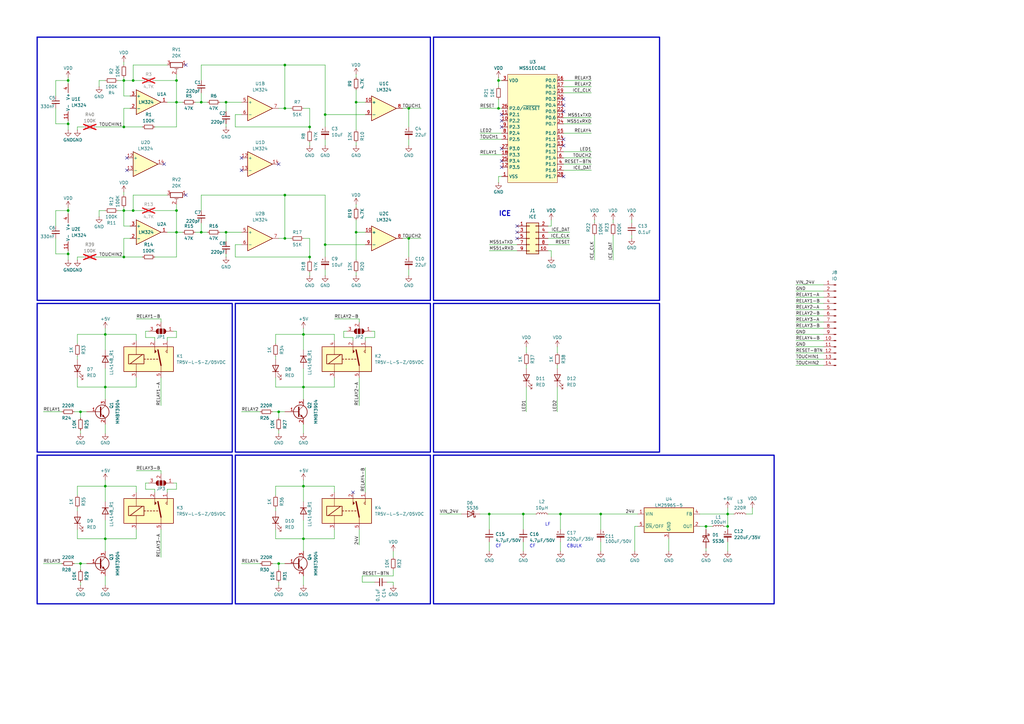
<source format=kicad_sch>
(kicad_sch (version 20231120) (generator "eeschema") (generator_version "8.0")
  (paper "A3")
  (junction (at 124.46 199.39))
  (junction (at 43.18 158.75))
  (junction (at 116.84 97.79))
  (junction (at 27.94 104.14))
  (junction (at 289.56 215.9))
  (junction (at 50.8 86.36))
  (junction (at 133.35 46.99))
  (junction (at 124.46 220.98))
  (junction (at 167.64 97.79))
  (junction (at 200.66 210.82))
  (junction (at 146.05 95.25))
  (junction (at 27.94 50.8))
  (junction (at 72.39 33.02))
  (junction (at 133.35 100.33))
  (junction (at 116.84 80.01))
  (junction (at 246.38 210.82))
  (junction (at 116.84 26.67))
  (junction (at 43.18 199.39))
  (junction (at 50.8 52.07))
  (junction (at 116.84 44.45))
  (junction (at 114.3 168.91))
  (junction (at 33.02 168.91))
  (junction (at 204.47 33.02))
  (junction (at 127 52.07))
  (junction (at 92.71 95.25))
  (junction (at 43.18 137.16))
  (junction (at 82.55 95.25))
  (junction (at 43.18 220.98))
  (junction (at 72.39 86.36))
  (junction (at 229.87 210.82))
  (junction (at 124.46 158.75))
  (junction (at 114.3 231.14))
  (junction (at 127 105.41))
  (junction (at 50.8 105.41))
  (junction (at 92.71 41.91))
  (junction (at 54.61 86.36))
  (junction (at 72.39 95.25))
  (junction (at 72.39 41.91))
  (junction (at 54.61 33.02))
  (junction (at 82.55 41.91))
  (junction (at 50.8 33.02))
  (junction (at 146.05 41.91))
  (junction (at 33.02 231.14))
  (junction (at 27.94 86.36))
  (junction (at 124.46 137.16))
  (junction (at 298.45 210.82))
  (junction (at 27.94 33.02))
  (junction (at 167.64 44.45))
  (junction (at 214.63 210.82))
  (junction (at 204.47 44.45))
  (junction (at 298.45 215.9))
  (no_connect (at 52.07 69.85))
  (no_connect (at 231.14 43.18))
  (no_connect (at 212.09 95.25))
  (no_connect (at 231.14 45.72))
  (no_connect (at 231.14 57.15))
  (no_connect (at 231.14 59.69))
  (no_connect (at 212.09 97.79))
  (no_connect (at 76.2 26.67))
  (no_connect (at 144.78 201.93))
  (no_connect (at 99.06 64.77))
  (no_connect (at 205.74 46.99))
  (no_connect (at 231.14 40.64))
  (no_connect (at 205.74 52.07))
  (no_connect (at 205.74 60.96))
  (no_connect (at 231.14 72.39))
  (no_connect (at 76.2 80.01))
  (no_connect (at 114.3 67.31))
  (no_connect (at 212.09 92.71))
  (no_connect (at 205.74 49.53))
  (no_connect (at 99.06 69.85))
  (no_connect (at 52.07 64.77))
  (no_connect (at 205.74 68.58))
  (no_connect (at 205.74 66.04))
  (no_connect (at 67.31 67.31))
  (wire (pts (xy 68.58 80.01) (xy 54.61 80.01)))
  (wire (pts (xy 113.03 158.75) (xy 124.46 158.75)))
  (wire (pts (xy 72.39 198.12) (xy 71.12 198.12)))
  (wire (pts (xy 54.61 26.67) (xy 54.61 33.02)))
  (wire (pts (xy 63.5 52.07) (xy 72.39 52.07)))
  (wire (pts (xy 31.75 105.41) (xy 31.75 106.68)))
  (wire (pts (xy 59.69 198.12) (xy 60.96 198.12)))
  (wire (pts (xy 167.64 52.07) (xy 167.64 44.45)))
  (wire (pts (xy 228.6 158.75) (xy 228.6 168.91)))
  (wire (pts (xy 124.46 97.79) (xy 127 97.79)))
  (wire (pts (xy 114.3 168.91) (xy 114.3 171.45)))
  (wire (pts (xy 167.64 59.69) (xy 167.64 57.15)))
  (wire (pts (xy 226.06 102.87) (xy 226.06 105.41)))
  (wire (pts (xy 116.84 97.79) (xy 119.38 97.79)))
  (wire (pts (xy 80.01 41.91) (xy 82.55 41.91)))
  (wire (pts (xy 43.18 220.98) (xy 43.18 226.06)))
  (wire (pts (xy 137.16 130.81) (xy 147.32 130.81)))
  (wire (pts (xy 111.76 168.91) (xy 114.3 168.91)))
  (wire (pts (xy 50.8 92.71) (xy 53.34 92.71)))
  (wire (pts (xy 146.05 95.25) (xy 146.05 106.68)))
  (wire (pts (xy 242.57 64.77) (xy 231.14 64.77)))
  (wire (pts (xy 50.8 86.36) (xy 50.8 92.71)))
  (wire (pts (xy 33.02 168.91) (xy 33.02 171.45)))
  (wire (pts (xy 326.39 139.7) (xy 337.82 139.7)))
  (wire (pts (xy 72.39 52.07) (xy 72.39 41.91)))
  (wire (pts (xy 96.52 105.41) (xy 96.52 100.33)))
  (wire (pts (xy 326.39 116.84) (xy 337.82 116.84)))
  (wire (pts (xy 326.39 142.24) (xy 337.82 142.24)))
  (wire (pts (xy 50.8 52.07) (xy 50.8 44.45)))
  (wire (pts (xy 22.86 97.79) (xy 22.86 104.14)))
  (wire (pts (xy 133.35 57.15) (xy 133.35 59.69)))
  (wire (pts (xy 43.18 213.36) (xy 43.18 220.98)))
  (wire (pts (xy 137.16 154.94) (xy 137.16 158.75)))
  (wire (pts (xy 196.85 63.5) (xy 205.74 63.5)))
  (wire (pts (xy 92.71 95.25) (xy 92.71 99.06)))
  (wire (pts (xy 50.8 33.02) (xy 54.61 33.02)))
  (wire (pts (xy 114.3 231.14) (xy 114.3 233.68)))
  (wire (pts (xy 96.52 52.07) (xy 96.52 46.99)))
  (wire (pts (xy 31.75 154.94) (xy 31.75 158.75)))
  (wire (pts (xy 68.58 26.67) (xy 54.61 26.67)))
  (wire (pts (xy 148.59 238.76) (xy 148.59 236.22)))
  (wire (pts (xy 111.76 231.14) (xy 114.3 231.14)))
  (wire (pts (xy 82.55 33.02) (xy 82.55 26.67)))
  (wire (pts (xy 50.8 105.41) (xy 50.8 97.79)))
  (wire (pts (xy 55.88 193.04) (xy 66.04 193.04)))
  (wire (pts (xy 22.86 33.02) (xy 27.94 33.02)))
  (wire (pts (xy 124.46 220.98) (xy 124.46 226.06)))
  (wire (pts (xy 167.64 97.79) (xy 172.72 97.79)))
  (wire (pts (xy 137.16 158.75) (xy 124.46 158.75)))
  (wire (pts (xy 146.05 30.48) (xy 146.05 31.75)))
  (wire (pts (xy 31.75 52.07) (xy 31.75 53.34)))
  (wire (pts (xy 114.3 97.79) (xy 116.84 97.79)))
  (wire (pts (xy 289.56 226.06) (xy 289.56 224.79)))
  (wire (pts (xy 50.8 85.09) (xy 50.8 86.36)))
  (wire (pts (xy 140.97 138.43) (xy 140.97 135.89)))
  (wire (pts (xy 43.18 134.62) (xy 43.18 137.16)))
  (wire (pts (xy 43.18 196.85) (xy 43.18 199.39)))
  (wire (pts (xy 72.39 135.89) (xy 71.12 135.89)))
  (wire (pts (xy 27.94 104.14) (xy 27.94 102.87)))
  (wire (pts (xy 55.88 137.16) (xy 43.18 137.16)))
  (wire (pts (xy 149.86 138.43) (xy 153.67 138.43)))
  (wire (pts (xy 298.45 226.06) (xy 298.45 222.25)))
  (wire (pts (xy 124.46 44.45) (xy 127 44.45)))
  (wire (pts (xy 116.84 44.45) (xy 119.38 44.45)))
  (wire (pts (xy 140.97 135.89) (xy 142.24 135.89)))
  (wire (pts (xy 127 113.03) (xy 127 111.76)))
  (wire (pts (xy 133.35 110.49) (xy 133.35 113.03)))
  (wire (pts (xy 39.37 105.41) (xy 50.8 105.41)))
  (wire (pts (xy 113.03 217.17) (xy 113.03 220.98)))
  (wire (pts (xy 242.57 33.02) (xy 231.14 33.02)))
  (wire (pts (xy 116.84 80.01) (xy 116.84 97.79)))
  (wire (pts (xy 259.08 97.79) (xy 259.08 96.52)))
  (wire (pts (xy 63.5 201.93) (xy 63.5 200.66)))
  (wire (pts (xy 55.88 199.39) (xy 43.18 199.39)))
  (wire (pts (xy 289.56 215.9) (xy 292.1 215.9)))
  (wire (pts (xy 50.8 86.36) (xy 54.61 86.36)))
  (wire (pts (xy 72.39 41.91) (xy 74.93 41.91)))
  (wire (pts (xy 59.69 138.43) (xy 59.69 135.89)))
  (wire (pts (xy 39.37 52.07) (xy 50.8 52.07)))
  (wire (pts (xy 124.46 236.22) (xy 124.46 240.03)))
  (wire (pts (xy 59.69 200.66) (xy 59.69 198.12)))
  (wire (pts (xy 224.79 210.82) (xy 229.87 210.82)))
  (wire (pts (xy 124.46 196.85) (xy 124.46 199.39)))
  (wire (pts (xy 161.29 238.76) (xy 161.29 240.03)))
  (wire (pts (xy 27.94 33.02) (xy 27.94 34.29)))
  (wire (pts (xy 55.88 130.81) (xy 66.04 130.81)))
  (wire (pts (xy 196.85 210.82) (xy 200.66 210.82)))
  (wire (pts (xy 31.75 208.28) (xy 31.75 209.55)))
  (wire (pts (xy 63.5 138.43) (xy 59.69 138.43)))
  (wire (pts (xy 96.52 46.99) (xy 99.06 46.99)))
  (wire (pts (xy 63.5 200.66) (xy 59.69 200.66)))
  (wire (pts (xy 30.48 168.91) (xy 33.02 168.91)))
  (wire (pts (xy 55.88 220.98) (xy 43.18 220.98)))
  (wire (pts (xy 229.87 210.82) (xy 246.38 210.82)))
  (wire (pts (xy 27.94 50.8) (xy 27.94 53.34)))
  (wire (pts (xy 133.35 46.99) (xy 133.35 26.67)))
  (wire (pts (xy 167.64 44.45) (xy 165.1 44.45)))
  (wire (pts (xy 48.26 33.02) (xy 50.8 33.02)))
  (wire (pts (xy 146.05 90.17) (xy 146.05 95.25)))
  (wire (pts (xy 214.63 226.06) (xy 214.63 222.25)))
  (wire (pts (xy 242.57 35.56) (xy 231.14 35.56)))
  (wire (pts (xy 124.46 151.13) (xy 124.46 158.75)))
  (wire (pts (xy 35.56 231.14) (xy 33.02 231.14)))
  (wire (pts (xy 204.47 33.02) (xy 204.47 35.56)))
  (wire (pts (xy 167.64 44.45) (xy 172.72 44.45)))
  (wire (pts (xy 205.74 72.39) (xy 204.47 72.39)))
  (wire (pts (xy 33.02 176.53) (xy 33.02 177.8)))
  (wire (pts (xy 298.45 215.9) (xy 298.45 217.17)))
  (wire (pts (xy 27.94 85.09) (xy 27.94 86.36)))
  (wire (pts (xy 72.39 33.02) (xy 72.39 41.91)))
  (wire (pts (xy 326.39 144.78) (xy 337.82 144.78)))
  (wire (pts (xy 326.39 134.62) (xy 337.82 134.62)))
  (wire (pts (xy 113.03 203.2) (xy 113.03 199.39)))
  (wire (pts (xy 274.32 226.06) (xy 274.32 220.98)))
  (wire (pts (xy 50.8 25.4) (xy 50.8 26.67)))
  (wire (pts (xy 287.02 215.9) (xy 289.56 215.9)))
  (wire (pts (xy 68.58 138.43) (xy 72.39 138.43)))
  (wire (pts (xy 127 97.79) (xy 127 105.41)))
  (wire (pts (xy 35.56 168.91) (xy 33.02 168.91)))
  (wire (pts (xy 242.57 67.31) (xy 231.14 67.31)))
  (wire (pts (xy 242.57 54.61) (xy 231.14 54.61)))
  (wire (pts (xy 260.35 226.06) (xy 260.35 215.9)))
  (wire (pts (xy 287.02 210.82) (xy 298.45 210.82)))
  (wire (pts (xy 204.47 40.64) (xy 204.47 44.45)))
  (wire (pts (xy 149.86 139.7) (xy 149.86 138.43)))
  (wire (pts (xy 133.35 105.41) (xy 133.35 100.33)))
  (wire (pts (xy 326.39 127) (xy 337.82 127)))
  (wire (pts (xy 224.79 97.79) (xy 233.68 97.79)))
  (wire (pts (xy 27.94 86.36) (xy 27.94 87.63)))
  (wire (pts (xy 113.03 154.94) (xy 113.03 158.75)))
  (wire (pts (xy 228.6 142.24) (xy 228.6 144.78)))
  (wire (pts (xy 242.57 62.23) (xy 231.14 62.23)))
  (wire (pts (xy 22.86 50.8) (xy 27.94 50.8)))
  (wire (pts (xy 242.57 38.1) (xy 231.14 38.1)))
  (wire (pts (xy 43.18 158.75) (xy 43.18 163.83)))
  (wire (pts (xy 146.05 83.82) (xy 146.05 85.09)))
  (wire (pts (xy 326.39 121.92) (xy 337.82 121.92)))
  (wire (pts (xy 242.57 48.26) (xy 231.14 48.26)))
  (wire (pts (xy 116.84 231.14) (xy 114.3 231.14)))
  (wire (pts (xy 127 105.41) (xy 96.52 105.41)))
  (wire (pts (xy 80.01 95.25) (xy 82.55 95.25)))
  (wire (pts (xy 204.47 44.45) (xy 205.74 44.45)))
  (wire (pts (xy 66.04 166.37) (xy 66.04 154.94)))
  (wire (pts (xy 127 105.41) (xy 127 106.68)))
  (wire (pts (xy 124.46 199.39) (xy 124.46 205.74)))
  (wire (pts (xy 137.16 201.93) (xy 137.16 199.39)))
  (wire (pts (xy 55.88 158.75) (xy 43.18 158.75)))
  (wire (pts (xy 326.39 132.08) (xy 337.82 132.08)))
  (wire (pts (xy 196.85 54.61) (xy 205.74 54.61)))
  (wire (pts (xy 137.16 137.16) (xy 124.46 137.16)))
  (wire (pts (xy 224.79 92.71) (xy 226.06 92.71)))
  (wire (pts (xy 31.75 158.75) (xy 43.18 158.75)))
  (wire (pts (xy 43.18 173.99) (xy 43.18 177.8)))
  (wire (pts (xy 31.75 199.39) (xy 43.18 199.39)))
  (wire (pts (xy 146.05 41.91) (xy 146.05 53.34)))
  (wire (pts (xy 72.39 83.82) (xy 72.39 86.36)))
  (wire (pts (xy 33.02 238.76) (xy 33.02 240.03)))
  (wire (pts (xy 298.45 210.82) (xy 298.45 215.9)))
  (wire (pts (xy 40.64 35.56) (xy 40.64 33.02)))
  (wire (pts (xy 72.39 30.48) (xy 72.39 33.02)))
  (wire (pts (xy 246.38 210.82) (xy 246.38 217.17)))
  (wire (pts (xy 82.55 80.01) (xy 116.84 80.01)))
  (wire (pts (xy 146.05 59.69) (xy 146.05 58.42)))
  (wire (pts (xy 116.84 168.91) (xy 114.3 168.91)))
  (wire (pts (xy 22.86 86.36) (xy 27.94 86.36)))
  (wire (pts (xy 63.5 139.7) (xy 63.5 138.43)))
  (wire (pts (xy 92.71 105.41) (xy 92.71 104.14)))
  (wire (pts (xy 243.84 90.17) (xy 243.84 91.44)))
  (wire (pts (xy 137.16 217.17) (xy 137.16 220.98)))
  (wire (pts (xy 22.86 104.14) (xy 27.94 104.14)))
  (wire (pts (xy 66.04 193.04) (xy 66.04 194.31)))
  (wire (pts (xy 326.39 149.86) (xy 337.82 149.86)))
  (wire (pts (xy 54.61 86.36) (xy 58.42 86.36)))
  (wire (pts (xy 297.18 215.9) (xy 298.45 215.9)))
  (wire (pts (xy 124.46 213.36) (xy 124.46 220.98)))
  (wire (pts (xy 72.39 41.91) (xy 68.58 41.91)))
  (wire (pts (xy 43.18 151.13) (xy 43.18 158.75)))
  (wire (pts (xy 214.63 210.82) (xy 214.63 217.17)))
  (wire (pts (xy 133.35 100.33) (xy 149.86 100.33)))
  (wire (pts (xy 55.88 217.17) (xy 55.88 220.98)))
  (wire (pts (xy 82.55 26.67) (xy 116.84 26.67)))
  (wire (pts (xy 48.26 86.36) (xy 50.8 86.36)))
  (wire (pts (xy 127 44.45) (xy 127 52.07)))
  (wire (pts (xy 113.03 140.97) (xy 113.03 137.16)))
  (wire (pts (xy 66.04 228.6) (xy 66.04 217.17)))
  (wire (pts (xy 144.78 139.7) (xy 144.78 138.43)))
  (wire (pts (xy 133.35 52.07) (xy 133.35 46.99)))
  (wire (pts (xy 144.78 138.43) (xy 140.97 138.43)))
  (wire (pts (xy 224.79 95.25) (xy 233.68 95.25)))
  (wire (pts (xy 251.46 106.68) (xy 251.46 96.52)))
  (wire (pts (xy 72.39 86.36) (xy 72.39 95.25)))
  (wire (pts (xy 224.79 100.33) (xy 233.68 100.33)))
  (wire (pts (xy 133.35 80.01) (xy 116.84 80.01)))
  (wire (pts (xy 259.08 90.17) (xy 259.08 91.44)))
  (wire (pts (xy 55.88 154.94) (xy 55.88 158.75)))
  (wire (pts (xy 113.03 220.98) (xy 124.46 220.98)))
  (wire (pts (xy 224.79 102.87) (xy 226.06 102.87)))
  (wire (pts (xy 116.84 26.67) (xy 116.84 44.45)))
  (wire (pts (xy 22.86 44.45) (xy 22.86 50.8)))
  (wire (pts (xy 82.55 91.44) (xy 82.55 95.25)))
  (wire (pts (xy 200.66 210.82) (xy 200.66 217.17)))
  (wire (pts (xy 30.48 231.14) (xy 33.02 231.14)))
  (wire (pts (xy 72.39 200.66) (xy 72.39 198.12)))
  (wire (pts (xy 167.64 105.41) (xy 167.64 97.79)))
  (wire (pts (xy 113.03 146.05) (xy 113.03 147.32)))
  (wire (pts (xy 148.59 236.22) (xy 161.29 236.22)))
  (wire (pts (xy 246.38 210.82) (xy 261.62 210.82)))
  (wire (pts (xy 33.02 231.14) (xy 33.02 233.68)))
  (wire (pts (xy 50.8 31.75) (xy 50.8 33.02)))
  (wire (pts (xy 228.6 149.86) (xy 228.6 151.13)))
  (wire (pts (xy 34.29 52.07) (xy 31.75 52.07)))
  (wire (pts (xy 149.86 191.77) (xy 149.86 201.93)))
  (wire (pts (xy 55.88 201.93) (xy 55.88 199.39)))
  (wire (pts (xy 63.5 33.02) (xy 72.39 33.02)))
  (wire (pts (xy 34.29 105.41) (xy 31.75 105.41)))
  (wire (pts (xy 146.05 113.03) (xy 146.05 111.76)))
  (wire (pts (xy 31.75 146.05) (xy 31.75 147.32)))
  (wire (pts (xy 167.64 97.79) (xy 165.1 97.79)))
  (wire (pts (xy 147.32 223.52) (xy 147.32 217.17)))
  (wire (pts (xy 72.39 95.25) (xy 74.93 95.25)))
  (wire (pts (xy 215.9 149.86) (xy 215.9 151.13)))
  (wire (pts (xy 215.9 158.75) (xy 215.9 168.91)))
  (wire (pts (xy 82.55 38.1) (xy 82.55 41.91)))
  (wire (pts (xy 226.06 92.71) (xy 226.06 90.17)))
  (wire (pts (xy 153.67 138.43) (xy 153.67 135.89)))
  (wire (pts (xy 146.05 36.83) (xy 146.05 41.91)))
  (wire (pts (xy 200.66 210.82) (xy 214.63 210.82)))
  (wire (pts (xy 17.78 168.91) (xy 25.4 168.91)))
  (wire (pts (xy 137.16 199.39) (xy 124.46 199.39)))
  (wire (pts (xy 50.8 33.02) (xy 50.8 39.37)))
  (wire (pts (xy 50.8 97.79) (xy 53.34 97.79)))
  (wire (pts (xy 58.42 105.41) (xy 50.8 105.41)))
  (wire (pts (xy 27.94 104.14) (xy 27.94 106.68)))
  (wire (pts (xy 92.71 41.91) (xy 92.71 45.72)))
  (wire (pts (xy 127 59.69) (xy 127 58.42)))
  (wire (pts (xy 158.75 238.76) (xy 161.29 238.76)))
  (wire (pts (xy 200.66 100.33) (xy 212.09 100.33)))
  (wire (pts (xy 66.04 130.81) (xy 66.04 132.08)))
  (wire (pts (xy 242.57 69.85) (xy 231.14 69.85)))
  (wire (pts (xy 55.88 139.7) (xy 55.88 137.16)))
  (wire (pts (xy 298.45 210.82) (xy 300.99 210.82)))
  (wire (pts (xy 229.87 226.06) (xy 229.87 222.25)))
  (wire (pts (xy 72.39 105.41) (xy 72.39 95.25)))
  (wire (pts (xy 68.58 201.93) (xy 68.58 200.66)))
  (wire (pts (xy 63.5 105.41) (xy 72.39 105.41)))
  (wire (pts (xy 308.61 208.28) (xy 308.61 210.82)))
  (wire (pts (xy 40.64 88.9) (xy 40.64 86.36)))
  (wire (pts (xy 200.66 102.87) (xy 212.09 102.87)))
  (wire (pts (xy 59.69 135.89) (xy 60.96 135.89)))
  (wire (pts (xy 82.55 41.91) (xy 85.09 41.91)))
  (wire (pts (xy 31.75 217.17) (xy 31.75 220.98)))
  (wire (pts (xy 289.56 215.9) (xy 289.56 217.17)))
  (wire (pts (xy 50.8 44.45) (xy 53.34 44.45)))
  (wire (pts (xy 149.86 41.91) (xy 146.05 41.91)))
  (wire (pts (xy 161.29 236.22) (xy 161.29 233.68)))
  (wire (pts (xy 298.45 208.28) (xy 298.45 210.82)))
  (wire (pts (xy 68.58 200.66) (xy 72.39 200.66)))
  (wire (pts (xy 58.42 52.07) (xy 50.8 52.07)))
  (wire (pts (xy 153.67 135.89) (xy 152.4 135.89)))
  (wire (pts (xy 246.38 222.25) (xy 246.38 226.06)))
  (wire (pts (xy 326.39 119.38) (xy 337.82 119.38)))
  (wire (pts (xy 147.32 130.81) (xy 147.32 132.08)))
  (wire (pts (xy 167.64 113.03) (xy 167.64 110.49)))
  (wire (pts (xy 260.35 215.9) (xy 261.62 215.9)))
  (wire (pts (xy 180.34 210.82) (xy 189.23 210.82)))
  (wire (pts (xy 113.03 208.28) (xy 113.03 209.55)))
  (wire (pts (xy 31.75 140.97) (xy 31.75 137.16)))
  (wire (pts (xy 96.52 100.33) (xy 99.06 100.33)))
  (wire (pts (xy 31.75 220.98) (xy 43.18 220.98)))
  (wire (pts (xy 326.39 137.16) (xy 337.82 137.16)))
  (wire (pts (xy 113.03 137.16) (xy 124.46 137.16)))
  (wire (pts (xy 133.35 100.33) (xy 133.35 80.01)))
  (wire (pts (xy 229.87 210.82) (xy 229.87 217.17)))
  (wire (pts (xy 124.46 158.75) (xy 124.46 163.83)))
  (wire (pts (xy 196.85 44.45) (xy 204.47 44.45)))
  (wire (pts (xy 27.94 50.8) (xy 27.94 49.53)))
  (wire (pts (xy 124.46 173.99) (xy 124.46 177.8)))
  (wire (pts (xy 133.35 46.99) (xy 149.86 46.99)))
  (wire (pts (xy 114.3 44.45) (xy 116.84 44.45)))
  (wire (pts (xy 124.46 137.16) (xy 124.46 143.51)))
  (wire (pts (xy 137.16 220.98) (xy 124.46 220.98)))
  (wire (pts (xy 90.17 95.25) (xy 92.71 95.25)))
  (wire (pts (xy 114.3 238.76) (xy 114.3 240.03)))
  (wire (pts (xy 22.86 92.71) (xy 22.86 86.36)))
  (wire (pts (xy 196.85 57.15) (xy 205.74 57.15)))
  (wire (pts (xy 205.74 33.02) (xy 204.47 33.02)))
  (wire (pts (xy 204.47 33.02) (xy 204.47 31.75)))
  (wire (pts (xy 113.03 199.39) (xy 124.46 199.39)))
  (wire (pts (xy 40.64 86.36) (xy 43.18 86.36)))
  (wire (pts (xy 92.71 95.25) (xy 99.06 95.25)))
  (wire (pts (xy 200.66 226.06) (xy 200.66 222.25)))
  (wire (pts (xy 124.46 134.62) (xy 124.46 137.16)))
  (wire (pts (xy 99.06 231.14) (xy 106.68 231.14)))
  (wire (pts (xy 63.5 86.36) (xy 72.39 86.36)))
  (wire (pts (xy 149.86 95.25) (xy 146.05 95.25)))
  (wire (pts (xy 92.71 41.91) (xy 99.06 41.91)))
  (wire (pts (xy 43.18 199.39) (xy 43.18 205.74)))
  (wire (pts (xy 127 52.07) (xy 96.52 52.07)))
  (wire (pts (xy 326.39 124.46) (xy 337.82 124.46)))
  (wire (pts (xy 308.61 210.82) (xy 306.07 210.82)))
  (wire (pts (xy 127 52.07) (xy 127 53.34)))
  (wire (pts (xy 31.75 137.16) (xy 43.18 137.16)))
  (wire (pts (xy 99.06 168.91) (xy 106.68 168.91)))
  (wire (pts (xy 90.17 41.91) (xy 92.71 41.91)))
  (wire (pts (xy 251.46 90.17) (xy 251.46 91.44)))
  (wire (pts (xy 326.39 147.32) (xy 337.82 147.32)))
  (wire (pts (xy 40.64 33.02) (xy 43.18 33.02)))
  (wire (pts (xy 54.61 33.02) (xy 58.42 33.02)))
  (wire (pts (xy 92.71 52.07) (xy 92.71 50.8)))
  (wire (pts (xy 214.63 210.82) (xy 219.71 210.82)))
  (wire (pts (xy 215.9 142.24) (xy 215.9 144.78)))
  (wire (pts (xy 68.58 139.7) (xy 68.58 138.43)))
  (wire (pts (xy 17.78 231.14) (xy 25.4 231.14)))
  (wire (pts (xy 22.86 39.37) (xy 22.86 33.02)))
  (wire (pts (xy 153.67 238.76) (xy 148.59 238.76)))
  (wire (pts (xy 161.29 226.06) (xy 161.29 228.6)))
  (wire (pts (xy 204.47 72.39) (xy 204.47 74.93)))
  (wire (pts (xy 72.39 138.43) (xy 72.39 135.89)))
  (wire (pts (xy 27.94 31.75) (xy 27.94 33.02)))
  (wire (pts (xy 50.8 39.37) (xy 53.34 39.37)))
  (wire (pts (xy 137.16 139.7) (xy 137.16 137.16)))
  (wire (pts (xy 147.32 166.37) (xy 147.32 154.94)))
  (wire (pts (xy 82.55 95.25) (xy 85.09 95.25)))
  (wire (pts (xy 43.18 236.22) (xy 43.18 240.03)))
  (wire (pts (xy 242.57 50.8) (xy 231.14 50.8)))
  (wire (pts (xy 31.75 203.2) (xy 31.75 199.39)))
  (wire (pts (xy 54.61 80.01) (xy 54.61 86.36)))
  (wire (pts (xy 243.84 106.68) (xy 243.84 96.52)))
  (wire (pts (xy 72.39 95.25) (xy 68.58 95.25)))
  (wire (pts (xy 43.18 137.16) (xy 43.18 143.51)))
  (wire (pts (xy 326.39 129.54) (xy 337.82 129.54)))
  (wire (pts (xy 82.55 86.36) (xy 82.55 80.01)))
  (wire (pts (xy 114.3 176.53) (xy 114.3 177.8)))
  (wire (pts (xy 133.35 26.67) (xy 116.84 26.67)))
  (wire (pts (xy 50.8 78.74) (xy 50.8 80.01)))
  (rectangle (start 15.24 124.46) (end 95.25 185.42) (stroke (width 0.5)))
  (rectangle (start 177.8 15.24) (end 270.51 123.19) (stroke (width 0.5)))
  (rectangle (start 15.24 15.24) (end 176.53 123.19) (stroke (width 0.5)))
  (rectangle (start 177.8 124.46) (end 270.51 185.42) (stroke (width 0.5)))
  (rectangle (start 96.52 186.69) (end 176.53 247.65) (stroke (width 0.5)))
  (rectangle (start 177.8 186.69) (end 317.5 247.65) (stroke (width 0.5)))
  (rectangle (start 15.24 186.69) (end 95.25 247.65) (stroke (width 0.5)))
  (rectangle (start 96.52 124.46) (end 176.53 185.42) (stroke (width 0.5)))
  (text "ICE" (at 204.47 88.9 0) (effects (font (size 2 2) (thickness 0.4) (bold yes)) (justify left bottom)))
  (text "CF" (at 217.17 224.79 0) (effects (font (size 1.27 1.27)) (justify left bottom)))
  (text "CF" (at 203.2 224.79 0) (effects (font (size 1.27 1.27)) (justify left bottom)))
  (text "CBULK" (at 232.41 224.79 0) (effects (font (size 1.27 1.27)) (justify left bottom)))
  (text "LF" (at 223.52 215.9 0) (effects (font (size 1.27 1.27)) (justify left bottom)))
  (label "LED2" (at 228.6 168.91 90))
  (label "TOUCHIN2" (at 40.64 105.41 0))
  (label "RELAY3-A" (at 66.04 228.6 90))
  (label "ICE_DAT" (at 233.68 95.25 180))
  (label "RELAY4" (at 242.57 54.61 180))
  (label "ICE_DAT" (at 242.57 69.85 180))
  (label "RELAY2-B" (at 326.39 129.54 0))
  (label "ICE_CLK" (at 243.84 106.68 90))
  (label "RESET-BTN" (at 148.59 236.22 0))
  (label "ICE_CLK" (at 233.68 97.79 180))
  (label "24V" (at 256.54 210.82 0))
  (label "VIN_24V" (at 326.39 116.84 0))
  (label "24V" (at 147.32 223.52 90))
  (label "RELAY3" (at 17.78 231.14 0))
  (label "GND" (at 326.39 142.24 0))
  (label "TOUCH2" (at 172.72 97.79 180))
  (label "RESET" (at 196.85 44.45 0))
  (label "TOUCHIN2" (at 326.39 149.86 0))
  (label "TOUCH1" (at 172.72 44.45 180))
  (label "TOUCHIN1" (at 40.64 52.07 0))
  (label "RELAY2-B" (at 137.16 130.81 0))
  (label "RELAY4-B" (at 326.39 139.7 0))
  (label "RELAY2-A" (at 147.32 166.37 90))
  (label "RELAY2-A" (at 326.39 127 0))
  (label "GND" (at 326.39 119.38 0))
  (label "RESET-BTN" (at 326.39 144.78 0))
  (label "RELAY3-B" (at 326.39 134.62 0))
  (label "RELAY1" (at 196.85 63.5 0))
  (label "RELAY4-B" (at 149.86 191.77 270))
  (label "RELAY2" (at 99.06 168.91 0))
  (label "LED1" (at 242.57 62.23 180))
  (label "RESET-BTN" (at 242.57 67.31 180))
  (label "VIN_24V" (at 180.34 210.82 0))
  (label "LED2" (at 196.85 54.61 0))
  (label "RELAY3-A" (at 326.39 132.08 0))
  (label "MS51xRXD" (at 200.66 102.87 0))
  (label "RESET" (at 233.68 100.33 180))
  (label "RELAY1" (at 17.78 168.91 0))
  (label "ICE_CLK" (at 242.57 38.1 180))
  (label "RELAY1-A" (at 326.39 121.92 0))
  (label "RELAY1-B" (at 326.39 124.46 0))
  (label "RELAY1-B" (at 55.88 130.81 0))
  (label "TOUCH2" (at 242.57 64.77 180))
  (label "ICE_DAT" (at 251.46 106.68 90))
  (label "MS51xTXD" (at 200.66 100.33 0))
  (label "MS51xRXD" (at 242.57 50.8 180))
  (label "TOUCH1" (at 196.85 57.15 0))
  (label "RELAY3" (at 242.57 33.02 180))
  (label "MS51xTXD" (at 242.57 48.26 180))
  (label "RELAY3-B" (at 55.88 193.04 0))
  (label "LED1" (at 215.9 168.91 90))
  (label "TOUCHIN1" (at 326.39 147.32 0))
  (label "RELAY4" (at 99.06 231.14 0))
  (label "GND" (at 326.39 137.16 0))
  (label "RELAY2" (at 242.57 35.56 180))
  (label "RELAY1-A" (at 66.04 166.37 90))
  (symbol (lib_id "Device:R_Small") (at 109.22 168.91 270) (unit 1)
    (property "Reference" "R26" (at 110.49 171.45 90) (effects (justify right)))
    (property "Value" "220R" (at 111.76 166.37 90) (effects (justify right)))
    (property "Footprint" "Resistor_SMD:R_0603_1608Metric" (effects (hide yes)))
    (property "Datasheet" "https://cdn.ozdisan.com/ETicaret_Dosya/399380_9872459.pdf" (effects (hide yes)))
    (property "Description" "RES.(1608) 0603 220 Ohms 1% 1/10W-S 100PPM" (effects (hide yes)))
    (property "Manufacturer" "ROYALOHM" (effects (hide yes)))
    (property "Suplier" "Ozdisan" (effects (hide yes)))
    (property "Suplier Part Number" "0603SAF2200T5E" (effects (hide yes)))
    (property "Package-Case" "0603" (effects (hide yes)))
    (property "URL" "https://ozdisan.com/Product/Detail/341792/0603SAF2200T5E" (effects (hide yes)))
  )
  (symbol (lib_id "Device:R_Small") (at 204.47 38.1 180) (unit 1)
    (property "Reference" "R21" (at 199.39 38.1 90))
    (property "Value" "10K" (at 201.93 38.1 90))
    (property "Footprint" "Resistor_SMD:R_0603_1608Metric" (effects (hide yes)))
    (property "Datasheet" "https://cdn.ozdisan.com/ETicaret_Dosya/570122_9878629.pdf" (effects (hide yes)))
    (property "Description" "RES.(1608) 0603 10K Ohms 1% 1/10W 25PPM" (effects (hide yes)))
    (property "Suplier" "Ozdisan" (effects (hide yes)))
    (property "Suplier Part Number" "TC0325F1002T5F" (effects (hide yes)))
    (property "Package-Case" "0603" (effects (hide yes)))
    (property "Manufacturer" "ROYALOHM" (effects (hide yes)))
    (property "URL" "https://ozdisan.com/Product/Detail/727909/TC0325F1002T5F" (effects (hide yes)))
  )
  (symbol (lib_id "power:VDD") (at 259.08 90.17 0) (unit 1)
    (property "Reference" "#PWR035" (effects (hide yes)))
    (property "Value" "VDD" (at 259.08 86.36 0))
    (property "Description" "Power symbol creates a global label with name \"VDD\"" (effects (hide yes)))
  )
  (symbol (lib_id "Device:R_Small") (at 36.83 105.41 90) (unit 1) (dnp yes)
    (property "Reference" "R39" (at 36.83 100.33 90))
    (property "Value" "100K" (at 36.83 102.87 90))
    (property "Footprint" "Resistor_SMD:R_0603_1608Metric" (effects (hide yes)))
    (property "Datasheet" "https://cdn.ozdisan.com/ETicaret_Dosya/399380_9872459.pdf" (effects (hide yes)))
    (property "Description" "RES.(1608) 0603 100K Ohms 5% 1/10W-S 100PPM" (effects (hide yes)))
    (property "Suplier" "Ozdisan" (effects (hide yes)))
    (property "Suplier Part Number" "0603SAJ0104T5E" (effects (hide yes)))
    (property "Package-Case" "0603" (effects (hide yes)))
    (property "Manufacturer" "ROYALOHM" (effects (hide yes)))
    (property "URL" "https://ozdisan.com/pasif-komponentler/direncler/smt-smd-ve-cip-direncler/0603SAF1003T5E/339374\\" (effects (hide yes)))
  )
  (symbol (lib_id "TR5V-L-S-Z:TR5V-L-S-Z/05VDC") (at 60.96 209.55 0) (unit 1)
    (property "Reference" "K3" (at 72.39 208.2799 0) (effects (justify left)))
    (property "Value" "TR5V-L-S-Z/05VDC" (at 72.39 210.8199 0) (effects (justify left)))
    (property "Footprint" "Relay_THT:Relay_SPDT_HsinDa_Y14" (effects (hide yes)))
    (property "Datasheet" "https://cdn.ozdisan.com/ETicaret_Dosya/352858_541914.pdf" (effects (hide yes)))
    (property "Description" "RELAY 1A 5VDC 1FormC TELECOM TYPE" (effects (hide yes)))
    (property "URL" "https://ozdisan.com/elektromekanik-komponentler/roleler-ve-role-soketleri/genel-tip-roleler/TR5V-L-S-Z05VDC/40271" (effects (hide yes)))
    (property "Suplier Part Number" "TR5V-L-S-Z/05VDC" (effects (hide yes)))
    (property "Suplier" "Ozdisan" (effects (hide yes)))
    (property "Package-Case" "THT" (effects (hide yes)))
    (property "Manufacturer" "TIANBO" (effects (hide yes)))
  )
  (symbol (lib_id "power:GND") (at 114.3 240.03 0) (unit 1)
    (property "Reference" "#PWR045" (effects (hide yes)))
    (property "Value" "GND" (at 114.3 243.84 0))
  )
  (symbol (lib_id "power:GND") (at 27.94 106.68 0) (unit 1)
    (property "Reference" "#PWR012" (effects (hide yes)))
    (property "Value" "GND" (at 27.94 110.744 0))
    (property "Description" "Power symbol creates a global label with name \"GND\" , ground" (effects (hide yes)))
  )
  (symbol (lib_id "Transistor_BJT:MMBT3904") (at 121.92 231.14 0) (unit 1)
    (property "Reference" "Q4" (at 127 229.8699 90) (effects (justify left)))
    (property "Value" "MMBT3904" (at 129.54 236.22 90) (effects (justify left)))
    (property "Footprint" "Package_TO_SOT_SMD:SOT-23" (effects (hide yes)))
    (property "Datasheet" "https://www.onsemi.com/pub/Collateral/2N3903-D.PDF" (effects (hide yes)))
    (property "Description" "TRANSISTOR DIS.200mA 40V NPN SOT23 EPITAXIAL SMT" (effects (hide yes)))
    (property "Manufacturer" "HOTTECH" (effects (hide yes)))
    (property "Suplier" "Ozdisan" (effects (hide yes)))
    (property "Suplier Part Number" "MMBT3904-HT" (effects (hide yes)))
    (property "Package-Case" "SOT-23" (effects (hide yes)))
    (property "URL" "https://ozdisan.com/Product/Detail/468189/MMBT3904-HT" (effects (hide yes)))
  )
  (symbol (lib_id "Connector:Conn_01x14_Pin") (at 342.9 132.08 0) (mirror y) (unit 1)
    (property "Reference" "J8" (at 342.265 111.76 0))
    (property "Value" "IO" (at 342.265 114.3 0))
    (property "Footprint" "Footprint:15EGTRC-3_5-14P-14-00AH" (effects (hide yes)))
    (property "Datasheet" "https://cdn.ozdisan.com/ETicaret_Dosya/424780_6345219.pdf" (effects (hide yes)))
    (property "Description" "TERM.BLK.3.50MM 14P 90C MALE GREEN CLOSED" (effects (hide yes)))
    (property "URL" "https://ozdisan.com/konnektor-ve-baglanti-elemanlari/klemensler/gecmeli-klemensler/15EGTRC-3-5-14P-14-00AH/701494" (effects (hide yes)))
    (property "Suplier Part Number" "15EGTRC-3.5-14P-14-00AH" (effects (hide yes)))
    (property "Suplier" "Ozdisan" (effects (hide yes)))
    (property "Package-Case" "THT R/A" (effects (hide yes)))
    (property "Manufacturer" "GOLTEN" (effects (hide yes)))
  )
  (symbol (lib_id "Device:R_Small") (at 243.84 93.98 0) (mirror y) (unit 1)
    (property "Reference" "R22" (at 241.3 95.25 90) (effects (justify left)))
    (property "Value" "100K" (at 246.38 96.52 90) (effects (justify left)))
    (property "Footprint" "Resistor_SMD:R_0603_1608Metric" (effects (hide yes)))
    (property "Datasheet" "https://cdn.ozdisan.com/ETicaret_Dosya/399380_9872459.pdf" (effects (hide yes)))
    (property "Description" "RES.(1608) 0603 100K Ohms 5% 1/10W-S 100PPM" (effects (hide yes)))
    (property "Package-Case" "0603" (effects (hide yes)))
    (property "Manufacturer" "ROYALOHM" (effects (hide yes)))
    (property "Suplier" "Ozdisan" (effects (hide yes)))
    (property "Suplier Part Number" "0603SAJ0104T5E" (effects (hide yes)))
    (property "URL" "https://ozdisan.com/pasif-komponentler/direncler/smt-smd-ve-cip-direncler/0603SAF1003T5E/339374\\" (effects (hide yes)))
  )
  (symbol (lib_id "Device:C_Small") (at 259.08 93.98 0) (unit 1)
    (property "Reference" "C13" (at 261.62 92.71 0) (effects (justify left)))
    (property "Value" "0.1uF" (at 261.62 95.25 0) (effects (justify left)))
    (property "Footprint" "Capacitor_SMD:C_0603_1608Metric" (effects (hide yes)))
    (property "Datasheet" "https://cdn.ozdisan.com/ETicaret_Dosya/448212_5798276.PDF" (effects (hide yes)))
    (property "Description" "MLCC (1608) 0603 100nF 50VDC ±10% X7R" (effects (hide yes)))
    (property "Manufacturer" "SAMSUNG" (effects (hide yes)))
    (property "Suplier" "Ozdisan" (effects (hide yes)))
    (property "Suplier Part Number" "CL10B104KB8NNNC" (effects (hide yes)))
    (property "Package-Case" "0603" (effects (hide yes)))
    (property "URL" "https://ozdisan.com/Product/Detail/9739/CL10B104KB8NNNC" (effects (hide yes)))
  )
  (symbol (lib_id "power:GND") (at 161.29 240.03 0) (unit 1)
    (property "Reference" "#PWR048" (effects (hide yes)))
    (property "Value" "GND" (at 161.29 243.84 0))
  )
  (symbol (lib_id "Jumper:SolderJumper_3_Open") (at 66.04 198.12 180) (unit 1) (exclude_from_sim yes) (in_bom no)
    (property "Reference" "JP3" (at 66.04 200.406 0))
    (property "Footprint" "Jumper:SolderJumper-3_P2.0mm_Open_TrianglePad1.0x1.5mm" (effects (hide yes)))
  )
  (symbol (lib_id "power:GND") (at 260.35 226.06 0) (unit 1)
    (property "Reference" "#PWR023" (effects (hide yes)))
    (property "Value" "GND" (at 260.35 229.87 0))
  )
  (symbol (lib_id "Device:C_Polarized_Small") (at 167.64 107.95 0) (unit 1)
    (property "Reference" "C10" (at 170.18 106.1338 0) (effects (justify left)))
    (property "Value" "22uF" (at 170.18 108.6738 0) (effects (justify left)))
    (property "Footprint" "Capacitor_SMD:CP_Elec_5x5.4" (effects (hide yes)))
    (property "Datasheet" "https://cdn.ozdisan.com/ETicaret_Dosya/649812_174521.pdf" (effects (hide yes)))
    (property "Description" "CAP.EL.22uF 25V 5x5.4 105C SMD" (effects (hide yes)))
    (property "URL" "https://ozdisan.com/pasif-komponentler/kapasitorler/aluminyum-kapasitorler/EEV226M025S9DAA/649812" (effects (hide yes)))
    (property "Suplier Part Number" "EEV226M025S9DAA" (effects (hide yes)))
    (property "Suplier" "Ozdisan" (effects (hide yes)))
    (property "Package-Case" "5x5.4" (effects (hide yes)))
    (property "Manufacturer" "KEMET" (effects (hide yes)))
  )
  (symbol (lib_id "Device:R_Small") (at 146.05 55.88 0) (mirror y) (unit 1)
    (property "Reference" "R10" (at 148.59 55.88 90))
    (property "Value" "12K" (at 143.51 55.88 90))
    (property "Footprint" "Resistor_SMD:R_0603_1608Metric" (effects (hide yes)))
    (property "Datasheet" "https://cdn.ozdisan.com/ETicaret_Dosya/399380_9872459.pdf" (effects (hide yes)))
    (property "Description" "RES.(1608) 0603 12K Ohms 1% 1/10W-S 100PPM" (effects (hide yes)))
    (property "Manufacturer" "ROYALOHM" (effects (hide yes)))
    (property "Suplier" "Ozdisan" (effects (hide yes)))
    (property "Suplier Part Number" "0603SAF1202T5E" (effects (hide yes)))
    (property "Package-Case" "0603" (effects (hide yes)))
    (property "URL" "https://ozdisan.com/pasif-komponentler/direncler/smt-smd-ve-cip-direncler/0603SAF1202T5E/353308" (effects (hide yes)))
  )
  (symbol (lib_id "Device:R_Small") (at 228.6 147.32 0) (mirror y) (unit 1)
    (property "Reference" "R38" (at 231.14 147.32 90))
    (property "Value" "1K" (at 226.06 147.32 90))
    (property "Footprint" "Resistor_SMD:R_0603_1608Metric" (effects (hide yes)))
    (property "Datasheet" "https://cdn.ozdisan.com/ETicaret_Dosya/1054350_2132225028..pdf" (effects (hide yes)))
    (property "Description" "RES.(1608) 0603 1K Ohms 5% 1/10W-S 100PPM" (effects (hide yes)))
    (property "Manufacturer" "VIKING" (effects (hide yes)))
    (property "Suplier" "Ozdisan" (effects (hide yes)))
    (property "Suplier Part Number" "CRT03J7E1001" (effects (hide yes)))
    (property "Package-Case" "0603" (effects (hide yes)))
    (property "URL" "https://ozdisan.com/pasif-komponentler/direncler/smt-smd-ve-cip-direncler/CRT03J7E1001/1054377" (effects (hide yes)))
  )
  (symbol (lib_id "Device:LED") (at 113.03 213.36 90) (unit 1)
    (property "Reference" "D10" (at 116.84 213.6774 90) (effects (justify right)))
    (property "Value" "RED" (at 116.84 216.2174 90) (effects (justify right)))
    (property "Footprint" "LED_SMD:LED_0805_2012Metric" (effects (hide yes)))
    (property "Datasheet" "https://cdn.ozdisan.com/ETicaret_Dosya/471650_2749666.pdf" (effects (hide yes)))
    (property "Description" "Light emitting diode" (effects (hide yes)))
    (property "URL" "https://ozdisan.com/led-ve-aydinlatma-cozumleri/led-komponentler/sinyal-ledler-tek-renkli/HL-PSC-2012S9AC/471650" (effects (hide yes)))
    (property "Suplier Part Number" "HL-PSC-2012S9AC" (effects (hide yes)))
    (property "Suplier" "Ozdisan" (effects (hide yes)))
    (property "Package-Case" "0805" (effects (hide yes)))
    (property "Manufacturer" "HONGLITRONIC" (effects (hide yes)))
  )
  (symbol (lib_id "power:VDD") (at 215.9 142.24 0) (unit 1)
    (property "Reference" "#PWR051" (effects (hide yes)))
    (property "Value" "VDD" (at 215.9 138.43 0))
    (property "Description" "Power symbol creates a global label with name \"VDD\"" (effects (hide yes)))
  )
  (symbol (lib_id "Device:C_Small") (at 156.21 238.76 270) (unit 1)
    (property "Reference" "C14" (at 157.48 241.3 0) (effects (justify left)))
    (property "Value" "0.1uF" (at 154.94 241.3 0) (effects (justify left)))
    (property "Footprint" "Capacitor_SMD:C_0603_1608Metric" (effects (hide yes)))
    (property "Datasheet" "https://cdn.ozdisan.com/ETicaret_Dosya/448212_5798276.PDF" (effects (hide yes)))
    (property "Description" "MLCC (1608) 0603 100nF 50VDC ±10% X7R" (effects (hide yes)))
    (property "Manufacturer" "SAMSUNG" (effects (hide yes)))
    (property "Suplier" "Ozdisan" (effects (hide yes)))
    (property "Suplier Part Number" "CL10B104KB8NNNC" (effects (hide yes)))
    (property "Package-Case" "0603" (effects (hide yes)))
    (property "URL" "https://ozdisan.com/Product/Detail/9739/CL10B104KB8NNNC" (effects (hide yes)))
  )
  (symbol (lib_id "power:GND") (at 43.18 177.8 0) (unit 1)
    (property "Reference" "#PWR038" (effects (hide yes)))
    (property "Value" "GND" (at 43.18 181.61 0))
  )
  (symbol (lib_id "Device:R_Small") (at 113.03 143.51 0) (mirror y) (unit 1)
    (property "Reference" "R34" (at 115.57 143.51 90))
    (property "Value" "1K" (at 110.49 143.51 90))
    (property "Footprint" "Resistor_SMD:R_0603_1608Metric" (effects (hide yes)))
    (property "Datasheet" "https://cdn.ozdisan.com/ETicaret_Dosya/1054350_2132225028..pdf" (effects (hide yes)))
    (property "Description" "RES.(1608) 0603 1K Ohms 5% 1/10W-S 100PPM" (effects (hide yes)))
    (property "Manufacturer" "VIKING" (effects (hide yes)))
    (property "Suplier" "Ozdisan" (effects (hide yes)))
    (property "Suplier Part Number" "CRT03J7E1001" (effects (hide yes)))
    (property "Package-Case" "0603" (effects (hide yes)))
    (property "URL" "https://ozdisan.com/pasif-komponentler/direncler/smt-smd-ve-cip-direncler/CRT03J7E1001/1054377" (effects (hide yes)))
  )
  (symbol (lib_id "power:GND") (at 33.02 177.8 0) (unit 1)
    (property "Reference" "#PWR036" (effects (hide yes)))
    (property "Value" "GND" (at 33.02 181.61 0))
  )
  (symbol (lib_id "power:VDD") (at 251.46 90.17 0) (unit 1)
    (property "Reference" "#PWR034" (effects (hide yes)))
    (property "Value" "VDD" (at 251.46 86.36 0))
    (property "Description" "Power symbol creates a global label with name \"VDD\"" (effects (hide yes)))
  )
  (symbol (lib_id "Device:R_Small") (at 146.05 34.29 0) (mirror x) (unit 1)
    (property "Reference" "R9" (at 143.51 34.29 90))
    (property "Value" "4.7K" (at 148.59 34.29 90))
    (property "Footprint" "Resistor_SMD:R_0603_1608Metric" (effects (hide yes)))
    (property "Datasheet" "https://cdn.ozdisan.com/ETicaret_Dosya/587884_199809.pdf" (effects (hide yes)))
    (property "Description" "RES.(1608) 0603 4.7K Ohms 1% 1/10W AUTOMOTIV" (effects (hide yes)))
    (property "Manufacturer" "ROYALOHM" (effects (hide yes)))
    (property "Suplier" "Ozdisan" (effects (hide yes)))
    (property "Suplier Part Number" "CQ03SAF4701T5E" (effects (hide yes)))
    (property "Package-Case" "0603" (effects (hide yes)))
    (property "URL" "https://ozdisan.com/Product/Detail/587953/CQ03SAF4701T5E" (effects (hide yes)))
  )
  (symbol (lib_id "Device:R_Small") (at 36.83 52.07 90) (unit 1) (dnp yes)
    (property "Reference" "R40" (at 36.83 46.99 90))
    (property "Value" "100K" (at 36.83 49.53 90))
    (property "Footprint" "Resistor_SMD:R_0603_1608Metric" (effects (hide yes)))
    (property "Datasheet" "https://cdn.ozdisan.com/ETicaret_Dosya/399380_9872459.pdf" (effects (hide yes)))
    (property "Description" "RES.(1608) 0603 100K Ohms 5% 1/10W-S 100PPM" (effects (hide yes)))
    (property "Suplier" "Ozdisan" (effects (hide yes)))
    (property "Suplier Part Number" "0603SAJ0104T5E" (effects (hide yes)))
    (property "Package-Case" "0603" (effects (hide yes)))
    (property "Manufacturer" "ROYALOHM" (effects (hide yes)))
    (property "URL" "https://ozdisan.com/pasif-komponentler/direncler/smt-smd-ve-cip-direncler/0603SAF1003T5E/339374\\" (effects (hide yes)))
  )
  (symbol (lib_id "Device:C_Small") (at 92.71 48.26 0) (unit 1)
    (property "Reference" "C2" (at 89.916 46.482 0) (effects (justify left)))
    (property "Value" "220pF" (at 86.36 50.038 0) (effects (justify left)))
    (property "Footprint" "Capacitor_SMD:C_0603_1608Metric" (effects (hide yes)))
    (property "Datasheet" "https://cdn.ozdisan.com/ETicaret_Dosya/448212_5798276.PDF" (effects (hide yes)))
    (property "Description" "MLCC (1608) 0603 220pF 50VDC ±5% X7R" (effects (hide yes)))
    (property "Manufacturer" "SAMSUNG" (effects (hide yes)))
    (property "Suplier" "Ozdisan" (effects (hide yes)))
    (property "Suplier Part Number" "CL10B221JB8NNNC" (effects (hide yes)))
    (property "Package-Case" "0603" (effects (hide yes)))
    (property "URL" "https://ozdisan.com/pasif-komponentler/kondansatorler/smt-smd-ve-mlcc-kondansatorler/CL10B221JB8NNNC/14795" (effects (hide yes)))
  )
  (symbol (lib_id "Amplifier_Operational:LM324") (at 30.48 41.91 0) (unit 5)
    (property "Reference" "U1" (at 29.21 40.6399 0) (effects (justify left)))
    (property "Value" "LM324" (at 29.21 43.1799 0) (effects (justify left)))
    (property "Footprint" "Package_SO:SO-14_3.9x8.65mm_P1.27mm" (effects (hide yes)))
    (property "Datasheet" "https://cdn.ozdisan.com/ETicaret_Dosya/28775_253278.pdf" (effects (hide yes)))
    (property "Description" "Low-Power, Quad-Operational Amplifiers, DIP-14/SOIC-14/SSOP-14" (effects (hide yes)))
    (property "Manufacturer" "STM" (effects (hide yes)))
    (property "Package-Case" "SOIC14" (effects (hide yes)))
    (property "Suplier" "Ozdisan" (effects (hide yes)))
    (property "Suplier Part Number" "LM324DT" (effects (hide yes)))
    (property "URL" "https://ozdisan.com/entegre-devreler-icler/lineer-entegreler/amplifikatorler/LM324DT/340030" (effects (hide yes)))
  )
  (symbol (lib_id "Transistor_BJT:MMBT3904") (at 40.64 231.14 0) (unit 1)
    (property "Reference" "Q3" (at 45.72 229.8699 90) (effects (justify left)))
    (property "Value" "MMBT3904" (at 48.26 236.22 90) (effects (justify left)))
    (property "Footprint" "Package_TO_SOT_SMD:SOT-23" (effects (hide yes)))
    (property "Datasheet" "https://www.onsemi.com/pub/Collateral/2N3903-D.PDF" (effects (hide yes)))
    (property "Description" "TRANSISTOR DIS.200mA 40V NPN SOT23 EPITAXIAL SMT" (effects (hide yes)))
    (property "Manufacturer" "HOTTECH" (effects (hide yes)))
    (property "Suplier" "Ozdisan" (effects (hide yes)))
    (property "Suplier Part Number" "MMBT3904-HT" (effects (hide yes)))
    (property "Package-Case" "SOT-23" (effects (hide yes)))
    (property "URL" "https://ozdisan.com/Product/Detail/468189/MMBT3904-HT" (effects (hide yes)))
  )
  (symbol (lib_id "Amplifier_Operational:LM324") (at 106.68 97.79 0) (unit 2)
    (property "Reference" "U2" (at 106.68 87.63 0))
    (property "Value" "LM324" (at 106.68 90.17 0))
    (property "Footprint" "Package_SO:SO-14_3.9x8.65mm_P1.27mm" (effects (hide yes)))
    (property "Datasheet" "https://cdn.ozdisan.com/ETicaret_Dosya/28775_253278.pdf" (effects (hide yes)))
    (property "Description" "Low-Power, Quad-Operational Amplifiers, DIP-14/SOIC-14/SSOP-14" (effects (hide yes)))
    (property "Manufacturer" "STM" (effects (hide yes)))
    (property "Package-Case" "SOIC14" (effects (hide yes)))
    (property "Suplier" "Ozdisan" (effects (hide yes)))
    (property "Suplier Part Number" "LM324DT" (effects (hide yes)))
    (property "URL" "https://ozdisan.com/entegre-devreler-icler/lineer-entegreler/amplifikatorler/LM324DT/340030" (effects (hide yes)))
  )
  (symbol (lib_id "power:GND") (at 133.35 113.03 0) (unit 1)
    (property "Reference" "#PWR017" (effects (hide yes)))
    (property "Value" "GND" (at 133.35 117.094 0))
    (property "Description" "Power symbol creates a global label with name \"GND\" , ground" (effects (hide yes)))
  )
  (symbol (lib_id "power:VDD") (at 50.8 25.4 0) (unit 1)
    (property "Reference" "#PWR01" (effects (hide yes)))
    (property "Value" "VDD" (at 50.8 21.59 0))
    (property "Description" "Power symbol creates a global label with name \"VDD\"" (effects (hide yes)))
  )
  (symbol (lib_id "Device:R_Small") (at 33.02 236.22 0) (unit 1)
    (property "Reference" "R29" (at 35.56 236.22 90))
    (property "Value" "10K" (at 30.48 236.22 90))
    (property "Footprint" "Resistor_SMD:R_0603_1608Metric" (effects (hide yes)))
    (property "Datasheet" "https://cdn.ozdisan.com/ETicaret_Dosya/570122_9878629.pdf" (effects (hide yes)))
    (property "Description" "RES.(1608) 0603 10K Ohms 1% 1/10W 25PPM" (effects (hide yes)))
    (property "Suplier" "Ozdisan" (effects (hide yes)))
    (property "Suplier Part Number" "TC0325F1002T5F" (effects (hide yes)))
    (property "Package-Case" "0603" (effects (hide yes)))
    (property "Manufacturer" "ROYALOHM" (effects (hide yes)))
    (property "URL" "https://ozdisan.com/Product/Detail/727909/TC0325F1002T5F" (effects (hide yes)))
  )
  (symbol (lib_id "power:GND") (at 31.75 53.34 0) (unit 1)
    (property "Reference" "#PWR054" (effects (hide yes)))
    (property "Value" "GND" (at 31.75 57.404 0))
    (property "Description" "Power symbol creates a global label with name \"GND\" , ground" (effects (hide yes)))
  )
  (symbol (lib_id "Device:R_Small") (at 215.9 147.32 0) (mirror y) (unit 1)
    (property "Reference" "R37" (at 218.44 147.32 90))
    (property "Value" "1K" (at 213.36 147.32 90))
    (property "Footprint" "Resistor_SMD:R_0603_1608Metric" (effects (hide yes)))
    (property "Datasheet" "https://cdn.ozdisan.com/ETicaret_Dosya/1054350_2132225028..pdf" (effects (hide yes)))
    (property "Description" "RES.(1608) 0603 1K Ohms 5% 1/10W-S 100PPM" (effects (hide yes)))
    (property "Manufacturer" "VIKING" (effects (hide yes)))
    (property "Suplier" "Ozdisan" (effects (hide yes)))
    (property "Suplier Part Number" "CRT03J7E1001" (effects (hide yes)))
    (property "Package-Case" "0603" (effects (hide yes)))
    (property "URL" "https://ozdisan.com/pasif-komponentler/direncler/smt-smd-ve-cip-direncler/CRT03J7E1001/1054377" (effects (hide yes)))
  )
  (symbol (lib_id "power:GND") (at 124.46 240.03 0) (unit 1)
    (property "Reference" "#PWR047" (effects (hide yes)))
    (property "Value" "GND" (at 124.46 243.84 0))
  )
  (symbol (lib_id "Device:R_Small") (at 27.94 168.91 270) (unit 1)
    (property "Reference" "R24" (at 29.21 171.45 90) (effects (justify right)))
    (property "Value" "220R" (at 30.48 166.37 90) (effects (justify right)))
    (property "Footprint" "Resistor_SMD:R_0603_1608Metric" (effects (hide yes)))
    (property "Datasheet" "https://cdn.ozdisan.com/ETicaret_Dosya/399380_9872459.pdf" (effects (hide yes)))
    (property "Description" "RES.(1608) 0603 220 Ohms 1% 1/10W-S 100PPM" (effects (hide yes)))
    (property "Manufacturer" "ROYALOHM" (effects (hide yes)))
    (property "Suplier" "Ozdisan" (effects (hide yes)))
    (property "Suplier Part Number" "0603SAF2200T5E" (effects (hide yes)))
    (property "Package-Case" "0603" (effects (hide yes)))
    (property "URL" "https://ozdisan.com/Product/Detail/341792/0603SAF2200T5E" (effects (hide yes)))
  )
  (symbol (lib_id "Device:R_Small") (at 45.72 86.36 270) (unit 1)
    (property "Reference" "R11" (at 45.72 91.44 90))
    (property "Value" "100K" (at 45.72 88.9 90))
    (property "Footprint" "Resistor_SMD:R_0603_1608Metric" (effects (hide yes)))
    (property "Datasheet" "https://cdn.ozdisan.com/ETicaret_Dosya/399380_9872459.pdf" (effects (hide yes)))
    (property "Description" "RES.(1608) 0603 100K Ohms 5% 1/10W-S 100PPM" (effects (hide yes)))
    (property "Suplier" "Ozdisan" (effects (hide yes)))
    (property "Suplier Part Number" "0603SAJ0104T5E" (effects (hide yes)))
    (property "Package-Case" "0603" (effects (hide yes)))
    (property "Manufacturer" "ROYALOHM" (effects (hide yes)))
    (property "URL" "https://ozdisan.com/pasif-komponentler/direncler/smt-smd-ve-cip-direncler/0603SAF1003T5E/339374\\" (effects (hide yes)))
  )
  (symbol (lib_id "power:+5V") (at 43.18 134.62 0) (unit 1)
    (property "Reference" "#PWR037" (effects (hide yes)))
    (property "Value" "+5V" (at 43.18 130.81 0))
    (property "Description" "Power symbol creates a global label with name \"+5V\"" (effects (hide yes)))
  )
  (symbol (lib_id "power:GND") (at 27.94 53.34 0) (unit 1)
    (property "Reference" "#PWR010" (effects (hide yes)))
    (property "Value" "GND" (at 27.94 57.404 0))
    (property "Description" "Power symbol creates a global label with name \"GND\" , ground" (effects (hide yes)))
  )
  (symbol (lib_id "power:+5V") (at 124.46 196.85 0) (unit 1)
    (property "Reference" "#PWR046" (effects (hide yes)))
    (property "Value" "+5V" (at 124.46 193.04 0))
    (property "Description" "Power symbol creates a global label with name \"+5V\"" (effects (hide yes)))
  )
  (symbol (lib_id "Device:R_Small") (at 114.3 173.99 0) (unit 1)
    (property "Reference" "R27" (at 116.84 173.99 90))
    (property "Value" "10K" (at 111.76 173.99 90))
    (property "Footprint" "Resistor_SMD:R_0603_1608Metric" (effects (hide yes)))
    (property "Datasheet" "https://cdn.ozdisan.com/ETicaret_Dosya/570122_9878629.pdf" (effects (hide yes)))
    (property "Description" "RES.(1608) 0603 10K Ohms 1% 1/10W 25PPM" (effects (hide yes)))
    (property "Suplier" "Ozdisan" (effects (hide yes)))
    (property "Suplier Part Number" "TC0325F1002T5F" (effects (hide yes)))
    (property "Package-Case" "0603" (effects (hide yes)))
    (property "Manufacturer" "ROYALOHM" (effects (hide yes)))
    (property "URL" "https://ozdisan.com/Product/Detail/727909/TC0325F1002T5F" (effects (hide yes)))
  )
  (symbol (lib_id "power:GND") (at 127 59.69 0) (unit 1)
    (property "Reference" "#PWR04" (effects (hide yes)))
    (property "Value" "GND" (at 127 63.754 0))
    (property "Description" "Power symbol creates a global label with name \"GND\" , ground" (effects (hide yes)))
  )
  (symbol (lib_id "Device:R_Small") (at 127 109.22 0) (mirror x) (unit 1)
    (property "Reference" "R18" (at 124.46 109.22 90))
    (property "Value" "47K" (at 129.54 109.22 90))
    (property "Footprint" "Resistor_SMD:R_0603_1608Metric" (effects (hide yes)))
    (property "Datasheet" "https://cdn.ozdisan.com/ETicaret_Dosya/587884_199809.pdf" (effects (hide yes)))
    (property "Description" "RES.(1608) 0603 47K Ohms 1% 1/10W-S 100PPM" (effects (hide yes)))
    (property "Manufacturer" "VIKING" (effects (hide yes)))
    (property "Suplier" "Ozdisan" (effects (hide yes)))
    (property "Suplier Part Number" "CRT03F7E4702" (effects (hide yes)))
    (property "Package-Case" "0603" (effects (hide yes)))
    (property "URL" "https://ozdisan.com/pasif-komponentler/direncler/smt-smd-ve-cip-direncler/CRT03F7E4702/1054352" (effects (hide yes)))
  )
  (symbol (lib_id "Device:LED") (at 113.03 151.13 90) (unit 1)
    (property "Reference" "D8" (at 116.84 151.4474 90) (effects (justify right)))
    (property "Value" "RED" (at 116.84 153.9874 90) (effects (justify right)))
    (property "Footprint" "LED_SMD:LED_0805_2012Metric" (effects (hide yes)))
    (property "Datasheet" "https://cdn.ozdisan.com/ETicaret_Dosya/471650_2749666.pdf" (effects (hide yes)))
    (property "Description" "Light emitting diode" (effects (hide yes)))
    (property "URL" "https://ozdisan.com/led-ve-aydinlatma-cozumleri/led-komponentler/sinyal-ledler-tek-renkli/HL-PSC-2012S9AC/471650" (effects (hide yes)))
    (property "Suplier Part Number" "HL-PSC-2012S9AC" (effects (hide yes)))
    (property "Suplier" "Ozdisan" (effects (hide yes)))
    (property "Package-Case" "0805" (effects (hide yes)))
    (property "Manufacturer" "HONGLITRONIC" (effects (hide yes)))
  )
  (symbol (lib_id "Device:C_Small") (at 22.86 41.91 0) (unit 1)
    (property "Reference" "C5" (at 20.066 40.132 0) (effects (justify left)))
    (property "Value" "330nF" (at 16.51 43.688 0) (effects (justify left)))
    (property "Footprint" "Capacitor_SMD:C_0603_1608Metric" (effects (hide yes)))
    (property "Datasheet" "https://cdn.ozdisan.com/ETicaret_Dosya/448212_5798276.PDF" (effects (hide yes)))
    (property "Description" "MLCC (1608) 0603 330nF 16VDC ±10% X7R" (effects (hide yes)))
    (property "Manufacturer" "SAMSUNG" (effects (hide yes)))
    (property "Suplier" "Ozdisan" (effects (hide yes)))
    (property "Suplier Part Number" "CL10B334KO8NNNC" (effects (hide yes)))
    (property "Package-Case" "0603" (effects (hide yes)))
    (property "URL" "https://ozdisan.com/pasif-komponentler/kapasitorler/smt-smd-ve-mlcc-kapasitorler/CL10B334KO8NNNC/14512" (effects (hide yes)))
  )
  (symbol (lib_id "Device:R_Small") (at 121.92 44.45 90) (mirror x) (unit 1)
    (property "Reference" "R7" (at 121.92 41.91 90))
    (property "Value" "51K" (at 121.92 46.99 90))
    (property "Footprint" "Resistor_SMD:R_0603_1608Metric" (effects (hide yes)))
    (property "Datasheet" "https://cdn.ozdisan.com/ETicaret_Dosya/347946_1899622006..pdf" (effects (hide yes)))
    (property "Description" "RES.(1608) 0603 51K Ohms ±1% 1/10W AEC-Q200" (effects (hide yes)))
    (property "Manufacturer" "PANASONIC(EUROPE)" (effects (hide yes)))
    (property "Suplier" "Ozdisan" (effects (hide yes)))
    (property "Suplier Part Number" "ERJ-3EKF5102V" (effects (hide yes)))
    (property "Package-Case" "0603" (effects (hide yes)))
    (property "URL" "https://ozdisan.com/pasif-komponentler/direncler/smt-smd-ve-cip-direncler/ERJ-3EKF5102V/1046679" (effects (hide yes)))
  )
  (symbol (lib_id "Amplifier_Operational:LM324") (at 157.48 44.45 0) (unit 3)
    (property "Reference" "U1" (at 157.48 34.29 0))
    (property "Value" "LM324" (at 157.48 36.83 0))
    (property "Footprint" "Package_SO:SO-14_3.9x8.65mm_P1.27mm" (effects (hide yes)))
    (property "Datasheet" "https://cdn.ozdisan.com/ETicaret_Dosya/28775_253278.pdf" (effects (hide yes)))
    (property "Description" "Low-Power, Quad-Operational Amplifiers, DIP-14/SOIC-14/SSOP-14" (effects (hide yes)))
    (property "Manufacturer" "STM" (effects (hide yes)))
    (property "Package-Case" "SOIC14" (effects (hide yes)))
    (property "Suplier" "Ozdisan" (effects (hide yes)))
    (property "Suplier Part Number" "LM324DT" (effects (hide yes)))
    (property "URL" "https://ozdisan.com/entegre-devreler-icler/lineer-entegreler/amplifikatorler/LM324DT/340030" (effects (hide yes)))
  )
  (symbol (lib_id "power:GND") (at 214.63 226.06 0) (unit 1)
    (property "Reference" "#PWR056" (effects (hide yes)))
    (property "Value" "GND" (at 214.63 229.87 0))
  )
  (symbol (lib_id "Device:C_Small") (at 82.55 88.9 0) (unit 1)
    (property "Reference" "C7" (at 79.756 87.122 0) (effects (justify left)))
    (property "Value" "220pF" (at 76.2 90.678 0) (effects (justify left)))
    (property "Footprint" "Capacitor_SMD:C_0603_1608Metric" (effects (hide yes)))
    (property "Datasheet" "https://cdn.ozdisan.com/ETicaret_Dosya/448212_5798276.PDF" (effects (hide yes)))
    (property "Description" "MLCC (1608) 0603 220pF 50VDC ±5% X7R" (effects (hide yes)))
    (property "Manufacturer" "SAMSUNG" (effects (hide yes)))
    (property "Suplier" "Ozdisan" (effects (hide yes)))
    (property "Suplier Part Number" "CL10B221JB8NNNC" (effects (hide yes)))
    (property "Package-Case" "0603" (effects (hide yes)))
    (property "URL" "https://ozdisan.com/pasif-komponentler/kondansatorler/smt-smd-ve-mlcc-kondansatorler/CL10B221JB8NNNC/14795" (effects (hide yes)))
  )
  (symbol (lib_id "Amplifier_Operational:LM324") (at 106.68 44.45 0) (unit 2)
    (property "Reference" "U1" (at 106.68 34.29 0))
    (property "Value" "LM324" (at 106.68 36.83 0))
    (property "Footprint" "Package_SO:SO-14_3.9x8.65mm_P1.27mm" (effects (hide yes)))
    (property "Datasheet" "https://cdn.ozdisan.com/ETicaret_Dosya/28775_253278.pdf" (effects (hide yes)))
    (property "Description" "Low-Power, Quad-Operational Amplifiers, DIP-14/SOIC-14/SSOP-14" (effects (hide yes)))
    (property "Manufacturer" "STM" (effects (hide yes)))
    (property "Package-Case" "SOIC14" (effects (hide yes)))
    (property "Suplier" "Ozdisan" (effects (hide yes)))
    (property "Suplier Part Number" "LM324DT" (effects (hide yes)))
    (property "URL" "https://ozdisan.com/entegre-devreler-icler/lineer-entegreler/amplifikatorler/LM324DT/340030" (effects (hide yes)))
  )
  (symbol (lib_id "Amplifier_Operational:LM324") (at 60.96 95.25 0) (unit 1)
    (property "Reference" "U2" (at 66.294 91.948 0))
    (property "Value" "LM324" (at 59.944 95.25 0))
    (property "Footprint" "Package_SO:SO-14_3.9x8.65mm_P1.27mm" (effects (hide yes)))
    (property "Datasheet" "https://cdn.ozdisan.com/ETicaret_Dosya/28775_253278.pdf" (effects (hide yes)))
    (property "Description" "Low-Power, Quad-Operational Amplifiers, DIP-14/SOIC-14/SSOP-14" (effects (hide yes)))
    (property "Manufacturer" "STM" (effects (hide yes)))
    (property "Package-Case" "SOIC14" (effects (hide yes)))
    (property "Suplier" "Ozdisan" (effects (hide yes)))
    (property "Suplier Part Number" "LM324DT" (effects (hide yes)))
    (property "URL" "https://ozdisan.com/entegre-devreler-icler/lineer-entegreler/amplifikatorler/LM324DT/340030" (effects (hide yes)))
  )
  (symbol (lib_id "power:GND") (at 226.06 105.41 0) (unit 1)
    (property "Reference" "#PWR033" (effects (hide yes)))
    (property "Value" "GND" (at 226.06 109.22 0))
  )
  (symbol (lib_id "Amplifier_Operational:LM324") (at 106.68 67.31 0) (unit 4)
    (property "Reference" "U1" (at 106.68 58.42 0))
    (property "Value" "LM324" (at 106.68 60.96 0))
    (property "Footprint" "Package_SO:SOIC-14_3.9x8.7mm_P1.27mm" (effects (hide yes)))
    (property "Datasheet" "http://www.ti.com/lit/ds/symlink/lm2902-n.pdf" (effects (hide yes)))
    (property "Description" "Low-Power, Quad-Operational Amplifiers, DIP-14/SOIC-14/SSOP-14" (effects (hide yes)))
  )
  (symbol (lib_id "Device:C_Polarized_Small") (at 229.87 219.71 0) (unit 1)
    (property "Reference" "C17" (at 232.41 218.5289 0) (effects (justify left)))
    (property "Value" "220µF/35V" (at 232.41 221.0689 0) (effects (justify left)))
    (property "Footprint" "Capacitor_SMD:CP_Elec_8x10.5" (effects (hide yes)))
    (property "Datasheet" "https://cdn.ozdisan.com/ETicaret_Dosya/465904_643025.pdf" (effects (hide yes)))
    (property "Description" "CAP.EL.220uF 35V 8x10.5 105C 2000Hrs SMD" (effects (hide yes)))
    (property "Suplier" "Ozdisan" (effects (hide yes)))
    (property "Manufacturer" "KOSHIN" (effects (hide yes)))
    (property "Package-Case" "SMT" (effects (hide yes)))
    (property "Suplier Part Number" "MRW-035V221MF105-T/R" (effects (hide yes)))
    (property "URL" "https://ozdisan.com/pasif-komponentler/kapasitorler/aluminyum-kapasitorler/MRW-035V221MF105-TR/465904" (effects (hide yes)))
  )
  (symbol (lib_id "Device:R_Potentiometer_Trim") (at 72.39 26.67 270) (unit 1)
    (property "Reference" "RV1" (at 72.39 20.32 90))
    (property "Value" "20K" (at 72.39 22.86 90))
    (property "Footprint" "Potentiometer_THT:Potentiometer_Bourns_3296W_Vertical" (effects (hide yes)))
    (property "Datasheet" "https://cdn.ozdisan.com/ETicaret_Dosya/487783_9436017.pdf" (effects (hide yes)))
    (property "Description" "TRIMPOT CERMET MULTI TURN VER.ADJ 20K 0.5W" (effects (hide yes)))
    (property "URL" "https://ozdisan.com/elektromekanik-komponentler/potansiyometreler-ve-trimpotlar/trimpot-potansiyometreler/3296W-1-203LF-BN/487780" (effects (hide yes)))
    (property "Suplier Part Number" "3296W-1-203LF-BN" (effects (hide yes)))
    (property "Suplier" "Ozdisan" (effects (hide yes)))
    (property "Package-Case" "THT" (effects (hide yes)))
    (property "Manufacturer" "BONENS" (effects (hide yes)))
  )
  (symbol (lib_id "power:+5V") (at 43.18 196.85 0) (unit 1)
    (property "Reference" "#PWR043" (effects (hide yes)))
    (property "Value" "+5V" (at 43.18 193.04 0))
    (property "Description" "Power symbol creates a global label with name \"+5V\"" (effects (hide yes)))
  )
  (symbol (lib_id "Device:R_Small") (at 77.47 95.25 90) (mirror x) (unit 1)
    (property "Reference" "R15" (at 77.47 92.71 90))
    (property "Value" "47K" (at 77.47 97.79 90))
    (property "Footprint" "Resistor_SMD:R_0603_1608Metric" (effects (hide yes)))
    (property "Datasheet" "https://cdn.ozdisan.com/ETicaret_Dosya/587884_199809.pdf" (effects (hide yes)))
    (property "Description" "RES.(1608) 0603 47K Ohms 1% 1/10W-S 100PPM" (effects (hide yes)))
    (property "Manufacturer" "VIKING" (effects (hide yes)))
    (property "Suplier" "Ozdisan" (effects (hide yes)))
    (property "Suplier Part Number" "CRT03F7E4702" (effects (hide yes)))
    (property "Package-Case" "0603" (effects (hide yes)))
    (property "URL" "https://ozdisan.com/pasif-komponentler/direncler/smt-smd-ve-cip-direncler/CRT03F7E4702/1054352" (effects (hide yes)))
  )
  (symbol (lib_id "Device:C_Polarized_Small") (at 246.38 219.71 0) (mirror y) (unit 1)
    (property "Reference" "C11" (at 251.968 219.964 0) (effects (justify left)))
    (property "Value" "100uF/50V" (at 259.08 221.996 0) (effects (justify left)))
    (property "Footprint" "Capacitor_SMD:CP_Elec_8x10" (effects (hide yes)))
    (property "Datasheet" "https://cdn.ozdisan.com/ETicaret_Dosya/468698_3404678.PDF" (effects (hide yes)))
    (property "Description" "CAP.EL.100uF 50V 8x10 105C 5000HRS SMD" (effects (hide yes)))
    (property "URL" "https://ozdisan.com/pasif-komponentler/kapasitorler/aluminyum-kapasitorler/BXJ50VC100MH10TP/468698" (effects (hide yes)))
    (property "Suplier Part Number" "BXJ50VC100MH10TP" (effects (hide yes)))
    (property "Suplier" "Ozdisan" (effects (hide yes)))
    (property "Package-Case" "8x10" (effects (hide yes)))
    (property "Manufacturer" "SAMYOUNG" (effects (hide yes)))
  )
  (symbol (lib_id "power:GND") (at 146.05 59.69 0) (unit 1)
    (property "Reference" "#PWR06" (effects (hide yes)))
    (property "Value" "GND" (at 146.05 63.754 0))
    (property "Description" "Power symbol creates a global label with name \"GND\" , ground" (effects (hide yes)))
  )
  (symbol (lib_id "Device:C_Small") (at 200.66 219.71 0) (unit 1)
    (property "Reference" "C15" (at 203.2 219.0813 0) (effects (justify left)))
    (property "Value" "4.7µF/50V" (at 203.2 221.6213 0) (effects (justify left)))
    (property "Footprint" "Capacitor_SMD:C_1206_3216Metric" (effects (hide yes)))
    (property "Datasheet" "./Datasheets/Capacitor-SAMSUNG-SMD.pdf" (effects (hide yes)))
    (property "Description" "MLCC (3216) 1206 4.7uF 50VDC ±10% X7R" (effects (hide yes)))
    (property "Suplier" "Ozdisan" (effects (hide yes)))
    (property "Manufacturer" "SAMSUNG" (effects (hide yes)))
    (property "Package-Case" "1206" (effects (hide yes)))
    (property "Suplier Part Number" "CL31B475KBHNNNE" (effects (hide yes)))
    (property "URL" "https://ozdisan.com/pasif-komponentler/kapasitorler/smt-smd-ve-mlcc-kapasitorler/CL31B475KBHNNNE/369460" (effects (hide yes)))
  )
  (symbol (lib_id "Device:R_Small") (at 45.72 33.02 270) (unit 1)
    (property "Reference" "R4" (at 45.72 38.1 90))
    (property "Value" "100K" (at 45.72 35.56 90))
    (property "Footprint" "Resistor_SMD:R_0603_1608Metric" (effects (hide yes)))
    (property "Datasheet" "https://cdn.ozdisan.com/ETicaret_Dosya/399380_9872459.pdf" (effects (hide yes)))
    (property "Description" "RES.(1608) 0603 100K Ohms 5% 1/10W-S 100PPM" (effects (hide yes)))
    (property "Suplier" "Ozdisan" (effects (hide yes)))
    (property "Suplier Part Number" "0603SAJ0104T5E" (effects (hide yes)))
    (property "Package-Case" "0603" (effects (hide yes)))
    (property "Manufacturer" "ROYALOHM" (effects (hide yes)))
    (property "URL" "https://ozdisan.com/pasif-komponentler/direncler/smt-smd-ve-cip-direncler/0603SAF1003T5E/339374\\" (effects (hide yes)))
  )
  (symbol (lib_id "Device:C_Polarized_Small") (at 167.64 54.61 0) (unit 1)
    (property "Reference" "C4" (at 170.18 52.7938 0) (effects (justify left)))
    (property "Value" "22uF" (at 170.18 55.3338 0) (effects (justify left)))
    (property "Footprint" "Capacitor_SMD:CP_Elec_5x5.4" (effects (hide yes)))
    (property "Datasheet" "https://cdn.ozdisan.com/ETicaret_Dosya/649812_174521.pdf" (effects (hide yes)))
    (property "Description" "CAP.EL.22uF 25V 5x5.4 105C SMD" (effects (hide yes)))
    (property "URL" "https://ozdisan.com/pasif-komponentler/kapasitorler/aluminyum-kapasitorler/EEV226M025S9DAA/649812" (effects (hide yes)))
    (property "Suplier Part Number" "EEV226M025S9DAA" (effects (hide yes)))
    (property "Suplier" "Ozdisan" (effects (hide yes)))
    (property "Package-Case" "5x5.4" (effects (hide yes)))
    (property "Manufacturer" "KEMET" (effects (hide yes)))
  )
  (symbol (lib_id "power:GND") (at 114.3 177.8 0) (unit 1)
    (property "Reference" "#PWR039" (effects (hide yes)))
    (property "Value" "GND" (at 114.3 181.61 0))
  )
  (symbol (lib_id "power:VDD") (at 27.94 31.75 0) (unit 1)
    (property "Reference" "#PWR09" (effects (hide yes)))
    (property "Value" "VDD" (at 27.94 27.94 0))
    (property "Description" "Power symbol creates a global label with name \"VDD\"" (effects (hide yes)))
  )
  (symbol (lib_id "Diode:SS36") (at 289.56 220.98 270) (unit 1)
    (property "Reference" "D1" (at 292.1 219.3924 90) (effects (justify left)))
    (property "Value" "SS36" (at 292.1 221.9324 90) (effects (justify left)))
    (property "Footprint" "Diode_SMD:D_SMA" (effects (hide yes)))
    (property "Datasheet" "https://cdn.ozdisan.com/ETicaret_Dosya/533246_7313504.pdf" (effects (hide yes)))
    (property "Description" "DIODE SCHOTTKY 3A 60V DO-214AC SMA" (effects (hide yes)))
    (property "URL" "https://ozdisan.com/guc-yari-iletkenleri/diyotlar-modul-diyotlar-ve-dogrultucular/schottky-diyotlar/SS36-JQ/533246" (effects (hide yes)))
    (property "Suplier Part Number" "SS36-JQ" (effects (hide yes)))
    (property "Suplier" "Ozdisan" (effects (hide yes)))
    (property "Package-Case" "DO-214AC SMA" (effects (hide yes)))
    (property "Manufacturer" "JIAQI" (effects (hide yes)))
  )
  (symbol (lib_id "Amplifier_Operational:LM324") (at 30.48 95.25 0) (unit 5)
    (property "Reference" "U2" (at 29.21 93.9799 0) (effects (justify left)))
    (property "Value" "LM324" (at 29.21 96.5199 0) (effects (justify left)))
    (property "Footprint" "Package_SO:SO-14_3.9x8.65mm_P1.27mm" (effects (hide yes)))
    (property "Datasheet" "https://cdn.ozdisan.com/ETicaret_Dosya/28775_253278.pdf" (effects (hide yes)))
    (property "Description" "Low-Power, Quad-Operational Amplifiers, DIP-14/SOIC-14/SSOP-14" (effects (hide yes)))
    (property "Manufacturer" "STM" (effects (hide yes)))
    (property "Package-Case" "SOIC14" (effects (hide yes)))
    (property "Suplier" "Ozdisan" (effects (hide yes)))
    (property "Suplier Part Number" "LM324DT" (effects (hide yes)))
    (property "URL" "https://ozdisan.com/entegre-devreler-icler/lineer-entegreler/amplifikatorler/LM324DT/340030" (effects (hide yes)))
  )
  (symbol (lib_id "Device:R_Potentiometer_Trim") (at 72.39 80.01 270) (unit 1)
    (property "Reference" "RV2" (at 72.39 73.66 90))
    (property "Value" "20K" (at 72.39 76.2 90))
    (property "Footprint" "Potentiometer_THT:Potentiometer_Bourns_3296W_Vertical" (effects (hide yes)))
    (property "Datasheet" "https://cdn.ozdisan.com/ETicaret_Dosya/487783_9436017.pdf" (effects (hide yes)))
    (property "Description" "TRIMPOT CERMET MULTI TURN VER.ADJ 20K 0.5W" (effects (hide yes)))
    (property "URL" "https://ozdisan.com/elektromekanik-komponentler/potansiyometreler-ve-trimpotlar/trimpot-potansiyometreler/3296W-1-203LF-BN/487780" (effects (hide yes)))
    (property "Suplier Part Number" "3296W-1-203LF-BN" (effects (hide yes)))
    (property "Suplier" "Ozdisan" (effects (hide yes)))
    (property "Package-Case" "THT" (effects (hide yes)))
    (property "Manufacturer" "BONENS" (effects (hide yes)))
  )
  (symbol (lib_id "Device:L_Small") (at 294.64 215.9 90) (unit 1)
    (property "Reference" "L1" (at 294.64 212.09 90))
    (property "Value" "100uH" (at 294.64 214.122 90))
    (property "Footprint" "Inductor_SMD:L_Bourns_SRR1210A" (effects (hide yes)))
    (property "Datasheet" "https://cdn.ozdisan.com/ETicaret_Dosya/495429_2965524.pdf" (effects (hide yes)))
    (property "Description" "INDUCTOR POWER 100UH 12X12X8MM SMD" (effects (hide yes)))
    (property "URL" "https://ozdisan.com/pasif-komponentler/induktorler/sabit-induktorler/SRI1207-101M/495429" (effects (hide yes)))
    (property "Suplier Part Number" "SRI1207-101M" (effects (hide yes)))
    (property "Suplier" "Ozdisan" (effects (hide yes)))
    (property "Package-Case" "Non Standard" (effects (hide yes)))
    (property "Manufacturer" "CORE MASTER" (effects (hide yes)))
  )
  (symbol (lib_id "power:GND") (at 31.75 106.68 0) (unit 1)
    (property "Reference" "#PWR053" (effects (hide yes)))
    (property "Value" "GND" (at 31.75 110.744 0))
    (property "Description" "Power symbol creates a global label with name \"GND\" , ground" (effects (hide yes)))
  )
  (symbol (lib_id "Transistor_BJT:MMBT3904") (at 121.92 168.91 0) (unit 1)
    (property "Reference" "Q2" (at 127 167.6399 90) (effects (justify left)))
    (property "Value" "MMBT3904" (at 129.54 173.99 90) (effects (justify left)))
    (property "Footprint" "Package_TO_SOT_SMD:SOT-23" (effects (hide yes)))
    (property "Datasheet" "https://www.onsemi.com/pub/Collateral/2N3903-D.PDF" (effects (hide yes)))
    (property "Description" "TRANSISTOR DIS.200mA 40V NPN SOT23 EPITAXIAL SMT" (effects (hide yes)))
    (property "Manufacturer" "HOTTECH" (effects (hide yes)))
    (property "Suplier" "Ozdisan" (effects (hide yes)))
    (property "Suplier Part Number" "MMBT3904-HT" (effects (hide yes)))
    (property "Package-Case" "SOT-23" (effects (hide yes)))
    (property "URL" "https://ozdisan.com/Product/Detail/468189/MMBT3904-HT" (effects (hide yes)))
  )
  (symbol (lib_id "Regulator_Switching:LM2596S-5") (at 274.32 213.36 0) (unit 1)
    (property "Reference" "U4" (at 274.32 204.724 0))
    (property "Value" "LM2596S-5" (at 274.32 207.264 0))
    (property "Footprint" "Package_TO_SOT_SMD:TO-263-5_TabPin3" (effects (hide yes)))
    (property "Datasheet" "https://cdn.ozdisan.com/ETicaret_Dosya/587696_4979854.pdf" (effects (hide yes)))
    (property "Description" "IC-2596 V.REG.3A 5V STEP-DOWN TO-263-5L" (effects (hide yes)))
    (property "URL" "https://ozdisan.com/entegre-devreler-icler/guc-entegreleri/dc-dc-voltaj-regulatorleri/LM2596R-5-0-HTC/607446" (effects (hide yes)))
    (property "Suplier Part Number" "LM2596R-5.0-HTC" (effects (hide yes)))
    (property "Suplier" "Ozdisan" (effects (hide yes)))
    (property "Package-Case" "TO-263-5L" (effects (hide yes)))
    (property "Manufacturer" "HTC" (effects (hide yes)))
  )
  (symbol (lib_id "TR5V-L-S-Z:TR5V-L-S-Z/05VDC") (at 60.96 147.32 0) (unit 1)
    (property "Reference" "K1" (at 72.39 146.0499 0) (effects (justify left)))
    (property "Value" "TR5V-L-S-Z/05VDC" (at 72.39 148.5899 0) (effects (justify left)))
    (property "Footprint" "Relay_THT:Relay_SPDT_HsinDa_Y14" (effects (hide yes)))
    (property "Datasheet" "https://cdn.ozdisan.com/ETicaret_Dosya/352858_541914.pdf" (effects (hide yes)))
    (property "Description" "RELAY 1A 5VDC 1FormC TELECOM TYPE" (effects (hide yes)))
    (property "URL" "https://ozdisan.com/elektromekanik-komponentler/roleler-ve-role-soketleri/genel-tip-roleler/TR5V-L-S-Z05VDC/40271" (effects (hide yes)))
    (property "Suplier Part Number" "TR5V-L-S-Z/05VDC" (effects (hide yes)))
    (property "Suplier" "Ozdisan" (effects (hide yes)))
    (property "Package-Case" "THT" (effects (hide yes)))
    (property "Manufacturer" "TIANBO" (effects (hide yes)))
  )
  (symbol (lib_id "power:+5V") (at 124.46 134.62 0) (unit 1)
    (property "Reference" "#PWR040" (effects (hide yes)))
    (property "Value" "+5V" (at 124.46 130.81 0))
    (property "Description" "Power symbol creates a global label with name \"+5V\"" (effects (hide yes)))
  )
  (symbol (lib_id "power:VDD") (at 50.8 78.74 0) (unit 1)
    (property "Reference" "#PWR014" (effects (hide yes)))
    (property "Value" "VDD" (at 50.8 74.93 0))
    (property "Description" "Power symbol creates a global label with name \"VDD\"" (effects (hide yes)))
  )
  (symbol (lib_id "power:GND") (at 124.46 177.8 0) (unit 1)
    (property "Reference" "#PWR041" (effects (hide yes)))
    (property "Value" "GND" (at 124.46 181.61 0))
  )
  (symbol (lib_id "Device:LED") (at 228.6 154.94 90) (unit 1)
    (property "Reference" "D12" (at 232.41 155.2574 90) (effects (justify right)))
    (property "Value" "RED" (at 232.41 157.7974 90) (effects (justify right)))
    (property "Footprint" "LED_SMD:LED_0805_2012Metric" (effects (hide yes)))
    (property "Datasheet" "https://cdn.ozdisan.com/ETicaret_Dosya/471650_2749666.pdf" (effects (hide yes)))
    (property "Description" "Light emitting diode" (effects (hide yes)))
    (property "URL" "https://ozdisan.com/led-ve-aydinlatma-cozumleri/led-komponentler/sinyal-ledler-tek-renkli/HL-PSC-2012S9AC/471650" (effects (hide yes)))
    (property "Suplier Part Number" "HL-PSC-2012S9AC" (effects (hide yes)))
    (property "Suplier" "Ozdisan" (effects (hide yes)))
    (property "Package-Case" "0805" (effects (hide yes)))
    (property "Manufacturer" "HONGLITRONIC" (effects (hide yes)))
  )
  (symbol (lib_id "Device:R_Small") (at 146.05 87.63 0) (mirror x) (unit 1)
    (property "Reference" "R19" (at 143.51 87.63 90))
    (property "Value" "4.7K" (at 148.59 87.63 90))
    (property "Footprint" "Resistor_SMD:R_0603_1608Metric" (effects (hide yes)))
    (property "Datasheet" "https://cdn.ozdisan.com/ETicaret_Dosya/587884_199809.pdf" (effects (hide yes)))
    (property "Description" "RES.(1608) 0603 4.7K Ohms 1% 1/10W AUTOMOTIV" (effects (hide yes)))
    (property "Manufacturer" "ROYALOHM" (effects (hide yes)))
    (property "Suplier" "Ozdisan" (effects (hide yes)))
    (property "Suplier Part Number" "CQ03SAF4701T5E" (effects (hide yes)))
    (property "Package-Case" "0603" (effects (hide yes)))
    (property "URL" "https://ozdisan.com/Product/Detail/587953/CQ03SAF4701T5E" (effects (hide yes)))
  )
  (symbol (lib_id "power:VDD") (at 308.61 208.28 0) (unit 1)
    (property "Reference" "#PWR021" (effects (hide yes)))
    (property "Value" "VDD" (at 308.61 204.47 0))
    (property "Description" "Power symbol creates a global label with name \"VDD\"" (effects (hide yes)))
  )
  (symbol (lib_id "Device:R_Small") (at 60.96 105.41 90) (unit 1)
    (property "Reference" "R14" (at 60.96 100.33 90))
    (property "Value" "100K" (at 60.96 102.87 90))
    (property "Footprint" "Resistor_SMD:R_0603_1608Metric" (effects (hide yes)))
    (property "Datasheet" "https://cdn.ozdisan.com/ETicaret_Dosya/399380_9872459.pdf" (effects (hide yes)))
    (property "Description" "RES.(1608) 0603 100K Ohms 5% 1/10W-S 100PPM" (effects (hide yes)))
    (property "Suplier" "Ozdisan" (effects (hide yes)))
    (property "Suplier Part Number" "0603SAJ0104T5E" (effects (hide yes)))
    (property "Package-Case" "0603" (effects (hide yes)))
    (property "Manufacturer" "ROYALOHM" (effects (hide yes)))
    (property "URL" "https://ozdisan.com/pasif-komponentler/direncler/smt-smd-ve-cip-direncler/0603SAF1003T5E/339374\\" (effects (hide yes)))
  )
  (symbol (lib_id "power:VDD") (at 161.29 226.06 0) (unit 1)
    (property "Reference" "#PWR049" (effects (hide yes)))
    (property "Value" "VDD" (at 161.29 222.25 0))
    (property "Description" "Power symbol creates a global label with name \"VDD\"" (effects (hide yes)))
  )
  (symbol (lib_id "Device:C_Small") (at 82.55 35.56 0) (unit 1)
    (property "Reference" "C1" (at 79.756 33.782 0) (effects (justify left)))
    (property "Value" "220pF" (at 76.2 37.338 0) (effects (justify left)))
    (property "Footprint" "Capacitor_SMD:C_0603_1608Metric" (effects (hide yes)))
    (property "Datasheet" "https://cdn.ozdisan.com/ETicaret_Dosya/448212_5798276.PDF" (effects (hide yes)))
    (property "Description" "MLCC (1608) 0603 220pF 50VDC ±5% X7R" (effects (hide yes)))
    (property "Manufacturer" "SAMSUNG" (effects (hide yes)))
    (property "Suplier" "Ozdisan" (effects (hide yes)))
    (property "Suplier Part Number" "CL10B221JB8NNNC" (effects (hide yes)))
    (property "Package-Case" "0603" (effects (hide yes)))
    (property "URL" "https://ozdisan.com/pasif-komponentler/kondansatorler/smt-smd-ve-mlcc-kondansatorler/CL10B221JB8NNNC/14795" (effects (hide yes)))
  )
  (symbol (lib_id "Device:R_Small") (at 114.3 236.22 0) (unit 1)
    (property "Reference" "R31" (at 116.84 236.22 90))
    (property "Value" "10K" (at 111.76 236.22 90))
    (property "Footprint" "Resistor_SMD:R_0603_1608Metric" (effects (hide yes)))
    (property "Datasheet" "https://cdn.ozdisan.com/ETicaret_Dosya/570122_9878629.pdf" (effects (hide yes)))
    (property "Description" "RES.(1608) 0603 10K Ohms 1% 1/10W 25PPM" (effects (hide yes)))
    (property "Suplier" "Ozdisan" (effects (hide yes)))
    (property "Suplier Part Number" "TC0325F1002T5F" (effects (hide yes)))
    (property "Package-Case" "0603" (effects (hide yes)))
    (property "Manufacturer" "ROYALOHM" (effects (hide yes)))
    (property "URL" "https://ozdisan.com/Product/Detail/727909/TC0325F1002T5F" (effects (hide yes)))
  )
  (symbol (lib_id "Connector_Generic:Conn_02x05_Odd_Even") (at 217.17 97.79 0) (unit 1) (in_bom no)
    (property "Reference" "J1" (at 218.44 86.36 0))
    (property "Value" "ICE" (at 218.44 88.9 0))
    (property "Footprint" "Connector_PinHeader_1.27mm:PinHeader_2x05_P1.27mm_Vertical" (effects (hide yes)))
    (property "Datasheet" "https://cdn.ozdisan.com/ETicaret_Dosya/721074_245158.PDF" (effects (hide yes)))
    (property "Description" "PIN HEADER 10PIN(2x5) 1.27mm V/T MALE 3.80x2.30" (effects (hide yes)))
    (property "Manufacturer" "CONNFLY" (effects (hide yes)))
    (property "Suplier" "Ozdisan" (effects (hide yes)))
    (property "Suplier Part Number" "DS1031-06-2X5P8BV2-A3.8-" (effects (hide yes)))
    (property "URL" "https://ozdisan.com/konnektor-ve-baglanti-elemanlari/header-konnektorler/pin-headerlar/DS1031-06-2X5P8BV2-A3-8-/745023" (effects (hide yes)))
    (property "Package-Case" "THT" (effects (hide yes)))
  )
  (symbol (lib_id "Diode:LL4148") (at 43.18 209.55 270) (unit 1)
    (property "Reference" "D4" (effects (hide yes)))
    (property "Value" "LL4148_R1" (at 45.72 210.82 0))
    (property "Footprint" "Diode_SMD:D_MiniMELF" (effects (hide yes)))
    (property "Datasheet" "http://www.vishay.com/docs/85557/ll4148.pdf" (effects (hide yes)))
    (property "Description" "DIODE FAST SWITCHING Single 150mA 100V SOD80 M.MEL" (effects (hide yes)))
    (property "Manufacturer" "PANJIT" (effects (hide yes)))
    (property "Suplier" "Ozdisan" (effects (hide yes)))
    (property "Suplier Part Number" "LL4148_R1_10001" (effects (hide yes)))
    (property "Package-Case" "SOD80" (effects (hide yes)))
    (property "URL" "https://ozdisan.com/Product/Detail/335455/LL4148R110001" (effects (hide yes)))
  )
  (symbol (lib_id "Device:R_Small") (at 31.75 205.74 0) (mirror y) (unit 1)
    (property "Reference" "R35" (at 34.29 205.74 90))
    (property "Value" "1K" (at 29.21 205.74 90))
    (property "Footprint" "Resistor_SMD:R_0603_1608Metric" (effects (hide yes)))
    (property "Datasheet" "https://cdn.ozdisan.com/ETicaret_Dosya/1054350_2132225028..pdf" (effects (hide yes)))
    (property "Description" "RES.(1608) 0603 1K Ohms 5% 1/10W-S 100PPM" (effects (hide yes)))
    (property "Manufacturer" "VIKING" (effects (hide yes)))
    (property "Suplier" "Ozdisan" (effects (hide yes)))
    (property "Suplier Part Number" "CRT03J7E1001" (effects (hide yes)))
    (property "Package-Case" "0603" (effects (hide yes)))
    (property "URL" "https://ozdisan.com/pasif-komponentler/direncler/smt-smd-ve-cip-direncler/CRT03J7E1001/1054377" (effects (hide yes)))
  )
  (symbol (lib_id "power:GND") (at 92.71 52.07 0) (unit 1)
    (property "Reference" "#PWR03" (effects (hide yes)))
    (property "Value" "GND" (at 92.71 56.134 0))
    (property "Description" "Power symbol creates a global label with name \"GND\" , ground" (effects (hide yes)))
  )
  (symbol (lib_id "Amplifier_Operational:LM324") (at 59.69 67.31 0) (unit 4)
    (property "Reference" "U2" (at 59.69 58.42 0))
    (property "Value" "LM324" (at 59.69 60.96 0))
    (property "Footprint" "Package_SO:SOIC-14_3.9x8.7mm_P1.27mm" (effects (hide yes)))
    (property "Datasheet" "http://www.ti.com/lit/ds/symlink/lm2902-n.pdf" (effects (hide yes)))
    (property "Description" "Low-Power, Quad-Operational Amplifiers, DIP-14/SOIC-14/SSOP-14" (effects (hide yes)))
  )
  (symbol (lib_id "Device:R_Small") (at 161.29 231.14 0) (unit 1)
    (property "Reference" "R32" (at 163.83 231.14 90))
    (property "Value" "10K" (at 158.75 231.14 90))
    (property "Footprint" "Resistor_SMD:R_0603_1608Metric" (effects (hide yes)))
    (property "Datasheet" "https://cdn.ozdisan.com/ETicaret_Dosya/570122_9878629.pdf" (effects (hide yes)))
    (property "Description" "RES.(1608) 0603 10K Ohms 1% 1/10W 25PPM" (effects (hide yes)))
    (property "Suplier" "Ozdisan" (effects (hide yes)))
    (property "Suplier Part Number" "TC0325F1002T5F" (effects (hide yes)))
    (property "Package-Case" "0603" (effects (hide yes)))
    (property "Manufacturer" "ROYALOHM" (effects (hide yes)))
    (property "URL" "https://ozdisan.com/Product/Detail/727909/TC0325F1002T5F" (effects (hide yes)))
  )
  (symbol (lib_id "Device:C_Polarized_Small") (at 298.45 219.71 0) (unit 1)
    (property "Reference" "C12" (at 300.99 217.8938 0) (effects (justify left)))
    (property "Value" "220uF/35V" (at 300.99 220.4338 0) (effects (justify left)))
    (property "Footprint" "Capacitor_SMD:CP_Elec_8x10" (effects (hide yes)))
    (property "Datasheet" "https://cdn.ozdisan.com/ETicaret_Dosya/420197_9090778.pdf" (effects (hide yes)))
    (property "Description" "CAP.EL.220uF 35V 8x10 85C SMD SAMWHA" (effects (hide yes)))
    (property "URL" "https://ozdisan.com/pasif-komponentler/kapasitorler/aluminyum-kapasitorler/SC1V227M08010VR/339570" (effects (hide yes)))
    (property "Suplier Part Number" "SC1V227M08010VR" (effects (hide yes)))
    (property "Suplier" "Ozdisan" (effects (hide yes)))
    (property "Package-Case" "8x10" (effects (hide yes)))
    (property "Manufacturer" "SAMWHA" (effects (hide yes)))
  )
  (symbol (lib_id "Device:C_Small") (at 92.71 101.6 0) (unit 1)
    (property "Reference" "C8" (at 89.916 99.822 0) (effects (justify left)))
    (property "Value" "220pF" (at 86.36 103.378 0) (effects (justify left)))
    (property "Footprint" "Capacitor_SMD:C_0603_1608Metric" (effects (hide yes)))
    (property "Datasheet" "https://cdn.ozdisan.com/ETicaret_Dosya/448212_5798276.PDF" (effects (hide yes)))
    (property "Description" "MLCC (1608) 0603 220pF 50VDC ±5% X7R" (effects (hide yes)))
    (property "Manufacturer" "SAMSUNG" (effects (hide yes)))
    (property "Suplier" "Ozdisan" (effects (hide yes)))
    (property "Suplier Part Number" "CL10B221JB8NNNC" (effects (hide yes)))
    (property "Package-Case" "0603" (effects (hide yes)))
    (property "URL" "https://ozdisan.com/pasif-komponentler/kondansatorler/smt-smd-ve-mlcc-kondansatorler/CL10B221JB8NNNC/14795" (effects (hide yes)))
  )
  (symbol (lib_id "Device:L_Small") (at 222.25 210.82 90) (unit 1)
    (property "Reference" "L2" (at 222.25 205.74 90))
    (property "Value" "10µH" (at 222.25 208.28 90))
    (property "Footprint" "Footprint:WE-PD2_5848" (effects (hide yes)))
    (property "Datasheet" "./Datasheets/Inductor-FPI.pdf" (effects (hide yes)))
    (property "Description" "INDUCTOR POWER 10UH 5.2X5.8X4.5MM SMD" (effects (hide yes)))
    (property "Suplier" "Ozdisan" (effects (hide yes)))
    (property "Manufacturer" "CORE MASTER" (effects (hide yes)))
    (property "Package-Case" "None Standart" (effects (hide yes)))
    (property "Suplier Part Number" "FPI0504-100M" (effects (hide yes)))
    (property "URL" "https://ozdisan.com/pasif-komponentler/induktorler/sabit-induktorler/FPI0504-100M/513317" (effects (hide yes)))
  )
  (symbol (lib_id "Device:R_Small") (at 60.96 86.36 90) (mirror x) (unit 1) (dnp yes)
    (property "Reference" "R13" (at 60.96 83.82 90))
    (property "Value" "4.7K" (at 60.96 88.9 90))
    (property "Footprint" "Resistor_SMD:R_0603_1608Metric" (effects (hide yes)))
    (property "Datasheet" "https://cdn.ozdisan.com/ETicaret_Dosya/587884_199809.pdf" (effects (hide yes)))
    (property "Description" "RES.(1608) 0603 4.7K Ohms 1% 1/10W AUTOMOTIV" (effects (hide yes)))
    (property "Manufacturer" "ROYALOHM" (effects (hide yes)))
    (property "Suplier" "Ozdisan" (effects (hide yes)))
    (property "Suplier Part Number" "CQ03SAF4701T5E" (effects (hide yes)))
    (property "Package-Case" "0603" (effects (hide yes)))
    (property "URL" "https://ozdisan.com/Product/Detail/587953/CQ03SAF4701T5E" (effects (hide yes)))
  )
  (symbol (lib_id "power:GND") (at 229.87 226.06 0) (unit 1)
    (property "Reference" "#PWR057" (effects (hide yes)))
    (property "Value" "GND" (at 229.87 229.87 0))
  )
  (symbol (lib_id "Device:LED") (at 31.75 213.36 90) (unit 1)
    (property "Reference" "D9" (at 35.56 213.6774 90) (effects (justify right)))
    (property "Value" "RED" (at 35.56 216.2174 90) (effects (justify right)))
    (property "Footprint" "LED_SMD:LED_0805_2012Metric" (effects (hide yes)))
    (property "Datasheet" "https://cdn.ozdisan.com/ETicaret_Dosya/471650_2749666.pdf" (effects (hide yes)))
    (property "Description" "Light emitting diode" (effects (hide yes)))
    (property "URL" "https://ozdisan.com/led-ve-aydinlatma-cozumleri/led-komponentler/sinyal-ledler-tek-renkli/HL-PSC-2012S9AC/471650" (effects (hide yes)))
    (property "Suplier Part Number" "HL-PSC-2012S9AC" (effects (hide yes)))
    (property "Suplier" "Ozdisan" (effects (hide yes)))
    (property "Package-Case" "0805" (effects (hide yes)))
    (property "Manufacturer" "HONGLITRONIC" (effects (hide yes)))
  )
  (symbol (lib_id "power:VDD") (at 146.05 83.82 0) (unit 1)
    (property "Reference" "#PWR018" (effects (hide yes)))
    (property "Value" "VDD" (at 146.05 80.01 0))
    (property "Description" "Power symbol creates a global label with name \"VDD\"" (effects (hide yes)))
  )
  (symbol (lib_id "Device:R_Small") (at 31.75 143.51 0) (mirror y) (unit 1)
    (property "Reference" "R33" (at 34.29 143.51 90))
    (property "Value" "1K" (at 29.21 143.51 90))
    (property "Footprint" "Resistor_SMD:R_0603_1608Metric" (effects (hide yes)))
    (property "Datasheet" "https://cdn.ozdisan.com/ETicaret_Dosya/1054350_2132225028..pdf" (effects (hide yes)))
    (property "Description" "RES.(1608) 0603 1K Ohms 5% 1/10W-S 100PPM" (effects (hide yes)))
    (property "Manufacturer" "VIKING" (effects (hide yes)))
    (property "Suplier" "Ozdisan" (effects (hide yes)))
    (property "Suplier Part Number" "CRT03J7E1001" (effects (hide yes)))
    (property "Package-Case" "0603" (effects (hide yes)))
    (property "URL" "https://ozdisan.com/pasif-komponentler/direncler/smt-smd-ve-cip-direncler/CRT03J7E1001/1054377" (effects (hide yes)))
  )
  (symbol (lib_id "TR5V-L-S-Z:TR5V-L-S-Z/05VDC") (at 142.24 209.55 0) (unit 1)
    (property "Reference" "K4" (at 153.67 208.2799 0) (effects (justify left)))
    (property "Value" "TR5V-L-S-Z/05VDC" (at 153.67 210.8199 0) (effects (justify left)))
    (property "Footprint" "Relay_THT:Relay_SPDT_HsinDa_Y14" (effects (hide yes)))
    (property "Datasheet" "https://cdn.ozdisan.com/ETicaret_Dosya/352858_541914.pdf" (effects (hide yes)))
    (property "Description" "RELAY 1A 5VDC 1FormC TELECOM TYPE" (effects (hide yes)))
    (property "URL" "https://ozdisan.com/elektromekanik-komponentler/roleler-ve-role-soketleri/genel-tip-roleler/TR5V-L-S-Z05VDC/40271" (effects (hide yes)))
    (property "Suplier Part Number" "TR5V-L-S-Z/05VDC" (effects (hide yes)))
    (property "Suplier" "Ozdisan" (effects (hide yes)))
    (property "Package-Case" "THT" (effects (hide yes)))
    (property "Manufacturer" "TIANBO" (effects (hide yes)))
  )
  (symbol (lib_id "Device:R_Small") (at 50.8 82.55 180) (unit 1)
    (property "Reference" "R12" (at 45.72 82.55 90))
    (property "Value" "100K" (at 48.26 82.55 90))
    (property "Footprint" "Resistor_SMD:R_0603_1608Metric" (effects (hide yes)))
    (property "Datasheet" "https://cdn.ozdisan.com/ETicaret_Dosya/399380_9872459.pdf" (effects (hide yes)))
    (property "Description" "RES.(1608) 0603 100K Ohms 5% 1/10W-S 100PPM" (effects (hide yes)))
    (property "Suplier" "Ozdisan" (effects (hide yes)))
    (property "Suplier Part Number" "0603SAJ0104T5E" (effects (hide yes)))
    (property "Package-Case" "0603" (effects (hide yes)))
    (property "Manufacturer" "ROYALOHM" (effects (hide yes)))
    (property "URL" "https://ozdisan.com/pasif-komponentler/direncler/smt-smd-ve-cip-direncler/0603SAF1003T5E/339374\\" (effects (hide yes)))
  )
  (symbol (lib_id "power:GND") (at 167.64 113.03 0) (unit 1)
    (property "Reference" "#PWR020" (effects (hide yes)))
    (property "Value" "GND" (at 167.64 117.094 0))
    (property "Description" "Power symbol creates a global label with name \"GND\" , ground" (effects (hide yes)))
  )
  (symbol (lib_id "power:GND") (at 33.02 240.03 0) (unit 1)
    (property "Reference" "#PWR042" (effects (hide yes)))
    (property "Value" "GND" (at 33.02 243.84 0))
  )
  (symbol (lib_id "power:GND") (at 133.35 59.69 0) (unit 1)
    (property "Reference" "#PWR05" (effects (hide yes)))
    (property "Value" "GND" (at 133.35 63.754 0))
    (property "Description" "Power symbol creates a global label with name \"GND\" , ground" (effects (hide yes)))
  )
  (symbol (lib_id "power:GND") (at 167.64 59.69 0) (unit 1)
    (property "Reference" "#PWR08" (effects (hide yes)))
    (property "Value" "GND" (at 167.64 63.754 0))
    (property "Description" "Power symbol creates a global label with name \"GND\" , ground" (effects (hide yes)))
  )
  (symbol (lib_id "power:VDD") (at 146.05 30.48 0) (unit 1)
    (property "Reference" "#PWR07" (effects (hide yes)))
    (property "Value" "VDD" (at 146.05 26.67 0))
    (property "Description" "Power symbol creates a global label with name \"VDD\"" (effects (hide yes)))
  )
  (symbol (lib_id "power:GND") (at 204.47 74.93 0) (mirror y) (unit 1)
    (property "Reference" "#PWR029" (effects (hide yes)))
    (property "Value" "GND" (at 204.47 78.74 0))
  )
  (symbol (lib_id "power:GND") (at 146.05 113.03 0) (unit 1)
    (property "Reference" "#PWR019" (effects (hide yes)))
    (property "Value" "GND" (at 146.05 117.094 0))
    (property "Description" "Power symbol creates a global label with name \"GND\" , ground" (effects (hide yes)))
  )
  (symbol (lib_id "Diode:LL4148") (at 124.46 147.32 270) (unit 1)
    (property "Reference" "D3" (effects (hide yes)))
    (property "Value" "LL4148_R1" (at 127 148.59 0))
    (property "Footprint" "Diode_SMD:D_MiniMELF" (effects (hide yes)))
    (property "Datasheet" "http://www.vishay.com/docs/85557/ll4148.pdf" (effects (hide yes)))
    (property "Description" "DIODE FAST SWITCHING Single 150mA 100V SOD80 M.MEL" (effects (hide yes)))
    (property "Manufacturer" "PANJIT" (effects (hide yes)))
    (property "Suplier" "Ozdisan" (effects (hide yes)))
    (property "Suplier Part Number" "LL4148_R1_10001" (effects (hide yes)))
    (property "Package-Case" "SOD80" (effects (hide yes)))
    (property "URL" "https://ozdisan.com/Product/Detail/335455/LL4148R110001" (effects (hide yes)))
  )
  (symbol (lib_id "power:GND") (at 43.18 240.03 0) (unit 1)
    (property "Reference" "#PWR044" (effects (hide yes)))
    (property "Value" "GND" (at 43.18 243.84 0))
  )
  (symbol (lib_id "Device:L_Small") (at 303.53 210.82 90) (unit 1)
    (property "Reference" "L3" (at 303.53 205.74 90))
    (property "Value" "220R" (at 303.53 208.28 90))
    (property "Footprint" "Inductor_SMD:L_0603_1608Metric" (effects (hide yes)))
    (property "Datasheet" "./DatasheetsFerrite-Murata.pdf" (effects (hide yes)))
    (property "Description" "FERRITE BEAD 0603 220R 1.4A" (effects (hide yes)))
    (property "Manufacturer" "MURATA" (effects (hide yes)))
    (property "Suplier" "Ozdisan" (effects (hide yes)))
    (property "Suplier Part Number" "BLM18PG221SN1D" (effects (hide yes)))
    (property "Package-Case" "0603" (effects (hide yes)))
    (property "URL" "https://b2b.ozdisan.com/Product/Detail/484088/BLM18PG221SN1D" (effects (hide yes)))
  )
  (symbol (lib_id "power:GND") (at 259.08 97.79 0) (unit 1)
    (property "Reference" "#PWR031" (effects (hide yes)))
    (property "Value" "GND" (at 259.08 101.6 0))
  )
  (symbol (lib_id "power:+5V") (at 298.45 208.28 0) (unit 1)
    (property "Reference" "#PWR026" (effects (hide yes)))
    (property "Value" "+5V" (at 298.45 204.47 0))
    (property "Description" "Power symbol creates a global label with name \"+5V\"" (effects (hide yes)))
  )
  (symbol (lib_id "power:GND") (at 246.38 226.06 0) (unit 1)
    (property "Reference" "#PWR022" (effects (hide yes)))
    (property "Value" "GND" (at 246.38 229.87 0))
  )
  (symbol (lib_id "Amplifier_Operational:LM324") (at 157.48 97.79 0) (unit 3)
    (property "Reference" "U2" (at 157.48 87.63 0))
    (property "Value" "LM324" (at 157.48 90.17 0))
    (property "Footprint" "Package_SO:SO-14_3.9x8.65mm_P1.27mm" (effects (hide yes)))
    (property "Datasheet" "https://cdn.ozdisan.com/ETicaret_Dosya/28775_253278.pdf" (effects (hide yes)))
    (property "Description" "Low-Power, Quad-Operational Amplifiers, DIP-14/SOIC-14/SSOP-14" (effects (hide yes)))
    (property "Manufacturer" "STM" (effects (hide yes)))
    (property "Package-Case" "SOIC14" (effects (hide yes)))
    (property "Suplier" "Ozdisan" (effects (hide yes)))
    (property "Suplier Part Number" "LM324DT" (effects (hide yes)))
    (property "URL" "https://ozdisan.com/entegre-devreler-icler/lineer-entegreler/amplifikatorler/LM324DT/340030" (effects (hide yes)))
  )
  (symbol (lib_id "Device:R_Small") (at 146.05 109.22 0) (mirror y) (unit 1)
    (property "Reference" "R20" (at 148.59 109.22 90))
    (property "Value" "12K" (at 143.51 109.22 90))
    (property "Footprint" "Resistor_SMD:R_0603_1608Metric" (effects (hide yes)))
    (property "Datasheet" "https://cdn.ozdisan.com/ETicaret_Dosya/399380_9872459.pdf" (effects (hide yes)))
    (property "Description" "RES.(1608) 0603 12K Ohms 1% 1/10W-S 100PPM" (effects (hide yes)))
    (property "Manufacturer" "ROYALOHM" (effects (hide yes)))
    (property "Suplier" "Ozdisan" (effects (hide yes)))
    (property "Suplier Part Number" "0603SAF1202T5E" (effects (hide yes)))
    (property "Package-Case" "0603" (effects (hide yes)))
    (property "URL" "https://ozdisan.com/pasif-komponentler/direncler/smt-smd-ve-cip-direncler/0603SAF1202T5E/353308" (effects (hide yes)))
  )
  (symbol (lib_id "Device:R_Small") (at 109.22 231.14 270) (unit 1)
    (property "Reference" "R30" (at 110.49 233.68 90) (effects (justify right)))
    (property "Value" "220R" (at 111.76 228.6 90) (effects (justify right)))
    (property "Footprint" "Resistor_SMD:R_0603_1608Metric" (effects (hide yes)))
    (property "Datasheet" "https://cdn.ozdisan.com/ETicaret_Dosya/399380_9872459.pdf" (effects (hide yes)))
    (property "Description" "RES.(1608) 0603 220 Ohms 1% 1/10W-S 100PPM" (effects (hide yes)))
    (property "Manufacturer" "ROYALOHM" (effects (hide yes)))
    (property "Suplier" "Ozdisan" (effects (hide yes)))
    (property "Suplier Part Number" "0603SAF2200T5E" (effects (hide yes)))
    (property "Package-Case" "0603" (effects (hide yes)))
    (property "URL" "https://ozdisan.com/Product/Detail/341792/0603SAF2200T5E" (effects (hide yes)))
  )
  (symbol (lib_id "Jumper:SolderJumper_3_Open") (at 147.32 135.89 180) (unit 1) (exclude_from_sim yes) (in_bom no)
    (property "Reference" "JP2" (at 147.32 138.176 0))
    (property "Footprint" "Jumper:SolderJumper-3_P2.0mm_Open_TrianglePad1.0x1.5mm" (effects (hide yes)))
  )
  (symbol (lib_id "Device:R_Small") (at 50.8 29.21 180) (unit 1)
    (property "Reference" "R2" (at 45.72 29.21 90))
    (property "Value" "100K" (at 48.26 29.21 90))
    (property "Footprint" "Resistor_SMD:R_0603_1608Metric" (effects (hide yes)))
    (property "Datasheet" "https://cdn.ozdisan.com/ETicaret_Dosya/399380_9872459.pdf" (effects (hide yes)))
    (property "Description" "RES.(1608) 0603 100K Ohms 5% 1/10W-S 100PPM" (effects (hide yes)))
    (property "Suplier" "Ozdisan" (effects (hide yes)))
    (property "Suplier Part Number" "0603SAJ0104T5E" (effects (hide yes)))
    (property "Package-Case" "0603" (effects (hide yes)))
    (property "Manufacturer" "ROYALOHM" (effects (hide yes)))
    (property "URL" "https://ozdisan.com/pasif-komponentler/direncler/smt-smd-ve-cip-direncler/0603SAF1003T5E/339374\\" (effects (hide yes)))
  )
  (symbol (lib_id "Diode:LL4148") (at 43.18 147.32 270) (unit 1)
    (property "Reference" "D2" (effects (hide yes)))
    (property "Value" "LL4148_R1" (at 45.72 148.59 0))
    (property "Footprint" "Diode_SMD:D_MiniMELF" (effects (hide yes)))
    (property "Datasheet" "http://www.vishay.com/docs/85557/ll4148.pdf" (effects (hide yes)))
    (property "Description" "DIODE FAST SWITCHING Single 150mA 100V SOD80 M.MEL" (effects (hide yes)))
    (property "Manufacturer" "PANJIT" (effects (hide yes)))
    (property "Suplier" "Ozdisan" (effects (hide yes)))
    (property "Suplier Part Number" "LL4148_R1_10001" (effects (hide yes)))
    (property "Package-Case" "SOD80" (effects (hide yes)))
    (property "URL" "https://ozdisan.com/Product/Detail/335455/LL4148R110001" (effects (hide yes)))
  )
  (symbol (lib_id "power:VDD") (at 27.94 85.09 0) (unit 1)
    (property "Reference" "#PWR011" (effects (hide yes)))
    (property "Value" "VDD" (at 27.94 81.28 0))
    (property "Description" "Power symbol creates a global label with name \"VDD\"" (effects (hide yes)))
  )
  (symbol (lib_id "power:VDD") (at 226.06 90.17 0) (unit 1)
    (property "Reference" "#PWR030" (effects (hide yes)))
    (property "Value" "VDD" (at 226.06 86.36 0))
    (property "Description" "Power symbol creates a global label with name \"VDD\"" (effects (hide yes)))
  )
  (symbol (lib_id "power:GND") (at 289.56 226.06 0) (unit 1)
    (property "Reference" "#PWR025" (effects (hide yes)))
    (property "Value" "GND" (at 289.56 229.87 0))
  )
  (symbol (lib_id "Alperen:MS51EC0AE") (at 218.44 52.07 0) (unit 1)
    (property "Reference" "U3" (at 218.44 25.4 0))
    (property "Value" "MS51EC0AE" (at 218.44 27.94 0))
    (property "Footprint" "Package_SO:TSSOP-28_4.4x9.7mm_P0.65mm" (effects (hide yes)))
    (property "Datasheet" "https://cdn.ozdisan.com/ETicaret_Dosya/589664_170102.pdf" (effects (hide yes)))
    (property "Description" "MCU 8BIT 8051 32KB FLASH 2KB RAM TSSOP28" (effects (hide yes)))
    (property "Manufacturer" "NUVOTON" (effects (hide yes)))
    (property "Package-Case" "TSSOP28" (effects (hide yes)))
    (property "Suplier" "Ozdisan" (effects (hide yes)))
    (property "Suplier Part Number" "MS51EC0AE-TR" (effects (hide yes)))
    (property "URL" "https://ozdisan.com/entegre-devreler-icler/embedded-entegreler/mikroislemciler/MS51EC0AE-TR" (effects (hide yes)))
  )
  (symbol (lib_id "Device:C_Small") (at 22.86 95.25 0) (unit 1)
    (property "Reference" "C6" (at 20.066 93.472 0) (effects (justify left)))
    (property "Value" "330nF" (at 16.51 97.028 0) (effects (justify left)))
    (property "Footprint" "Capacitor_SMD:C_0603_1608Metric" (effects (hide yes)))
    (property "Datasheet" "https://cdn.ozdisan.com/ETicaret_Dosya/448212_5798276.PDF" (effects (hide yes)))
    (property "Description" "MLCC (1608) 0603 330nF 16VDC ±10% X7R" (effects (hide yes)))
    (property "Manufacturer" "SAMSUNG" (effects (hide yes)))
    (property "Suplier" "Ozdisan" (effects (hide yes)))
    (property "Suplier Part Number" "CL10B334KO8NNNC" (effects (hide yes)))
    (property "Package-Case" "0603" (effects (hide yes)))
    (property "URL" "https://ozdisan.com/pasif-komponentler/kapasitorler/smt-smd-ve-mlcc-kapasitorler/CL10B334KO8NNNC/14512" (effects (hide yes)))
  )
  (symbol (lib_id "Device:C_Small") (at 214.63 219.71 0) (unit 1)
    (property "Reference" "C16" (at 217.17 219.0813 0) (effects (justify left)))
    (property "Value" "4.7µF/50V" (at 217.17 221.6213 0) (effects (justify left)))
    (property "Footprint" "Capacitor_SMD:C_1206_3216Metric" (effects (hide yes)))
    (property "Datasheet" "./Datasheets/Capacitor-SAMSUNG-SMD.pdf" (effects (hide yes)))
    (property "Description" "MLCC (3216) 1206 4.7uF 50VDC ±10% X7R" (effects (hide yes)))
    (property "Suplier" "Ozdisan" (effects (hide yes)))
    (property "Manufacturer" "SAMSUNG" (effects (hide yes)))
    (property "Package-Case" "1206" (effects (hide yes)))
    (property "Suplier Part Number" "CL31B475KBHNNNE" (effects (hide yes)))
    (property "URL" "https://ozdisan.com/pasif-komponentler/kapasitorler/smt-smd-ve-mlcc-kapasitorler/CL31B475KBHNNNE/369460" (effects (hide yes)))
  )
  (symbol (lib_id "power:GND") (at 92.71 105.41 0) (unit 1)
    (property "Reference" "#PWR015" (effects (hide yes)))
    (property "Value" "GND" (at 92.71 109.474 0))
    (property "Description" "Power symbol creates a global label with name \"GND\" , ground" (effects (hide yes)))
  )
  (symbol (lib_id "power:VDD") (at 204.47 31.75 0) (unit 1)
    (property "Reference" "#PWR028" (effects (hide yes)))
    (property "Value" "VDD" (at 204.47 27.94 0))
    (property "Description" "Power symbol creates a global label with name \"VDD\"" (effects (hide yes)))
  )
  (symbol (lib_id "power:GND") (at 274.32 226.06 0) (unit 1)
    (property "Reference" "#PWR024" (effects (hide yes)))
    (property "Value" "GND" (at 274.32 229.87 0))
  )
  (symbol (lib_id "TR5V-L-S-Z:TR5V-L-S-Z/05VDC") (at 142.24 147.32 0) (unit 1)
    (property "Reference" "K2" (at 153.67 146.0499 0) (effects (justify left)))
    (property "Value" "TR5V-L-S-Z/05VDC" (at 153.67 148.5899 0) (effects (justify left)))
    (property "Footprint" "Relay_THT:Relay_SPDT_HsinDa_Y14" (effects (hide yes)))
    (property "Datasheet" "https://cdn.ozdisan.com/ETicaret_Dosya/352858_541914.pdf" (effects (hide yes)))
    (property "Description" "RELAY 1A 5VDC 1FormC TELECOM TYPE" (effects (hide yes)))
    (property "URL" "https://ozdisan.com/elektromekanik-komponentler/roleler-ve-role-soketleri/genel-tip-roleler/TR5V-L-S-Z05VDC/40271" (effects (hide yes)))
    (property "Suplier Part Number" "TR5V-L-S-Z/05VDC" (effects (hide yes)))
    (property "Suplier" "Ozdisan" (effects (hide yes)))
    (property "Package-Case" "THT" (effects (hide yes)))
    (property "Manufacturer" "TIANBO" (effects (hide yes)))
  )
  (symbol (lib_id "Device:R_Small") (at 113.03 205.74 0) (mirror y) (unit 1)
    (property "Reference" "R36" (at 115.57 205.74 90))
    (property "Value" "1K" (at 110.49 205.74 90))
    (property "Footprint" "Resistor_SMD:R_0603_1608Metric" (effects (hide yes)))
    (property "Datasheet" "https://cdn.ozdisan.com/ETicaret_Dosya/1054350_2132225028..pdf" (effects (hide yes)))
    (property "Description" "RES.(1608) 0603 1K Ohms 5% 1/10W-S 100PPM" (effects (hide yes)))
    (property "Manufacturer" "VIKING" (effects (hide yes)))
    (property "Suplier" "Ozdisan" (effects (hide yes)))
    (property "Suplier Part Number" "CRT03J7E1001" (effects (hide yes)))
    (property "Package-Case" "0603" (effects (hide yes)))
    (property "URL" "https://ozdisan.com/pasif-komponentler/direncler/smt-smd-ve-cip-direncler/CRT03J7E1001/1054377" (effects (hide yes)))
  )
  (symbol (lib_id "Jumper:SolderJumper_3_Open") (at 66.04 135.89 180) (unit 1) (exclude_from_sim yes) (in_bom no)
    (property "Reference" "JP1" (at 66.04 138.176 0))
    (property "Footprint" "Jumper:SolderJumper-3_P2.0mm_Open_TrianglePad1.0x1.5mm" (effects (hide yes)))
  )
  (symbol (lib_id "Device:LED") (at 31.75 151.13 90) (unit 1)
    (property "Reference" "D7" (at 35.56 151.4474 90) (effects (justify right)))
    (property "Value" "RED" (at 35.56 153.9874 90) (effects (justify right)))
    (property "Footprint" "LED_SMD:LED_0805_2012Metric" (effects (hide yes)))
    (property "Datasheet" "https://cdn.ozdisan.com/ETicaret_Dosya/471650_2749666.pdf" (effects (hide yes)))
    (property "Description" "Light emitting diode" (effects (hide yes)))
    (property "URL" "https://ozdisan.com/led-ve-aydinlatma-cozumleri/led-komponentler/sinyal-ledler-tek-renkli/HL-PSC-2012S9AC/471650" (effects (hide yes)))
    (property "Suplier Part Number" "HL-PSC-2012S9AC" (effects (hide yes)))
    (property "Suplier" "Ozdisan" (effects (hide yes)))
    (property "Package-Case" "0805" (effects (hide yes)))
    (property "Manufacturer" "HONGLITRONIC" (effects (hide yes)))
  )
  (symbol (lib_id "power:GND") (at 127 113.03 0) (unit 1)
    (property "Reference" "#PWR016" (effects (hide yes)))
    (property "Value" "GND" (at 127 117.094 0))
    (property "Description" "Power symbol creates a global label with name \"GND\" , ground" (effects (hide yes)))
  )
  (symbol (lib_id "Amplifier_Operational:LM324") (at 60.96 41.91 0) (unit 1)
    (property "Reference" "U1" (at 66.294 38.608 0))
    (property "Value" "LM324" (at 59.944 41.91 0))
    (property "Footprint" "Package_SO:SO-14_3.9x8.65mm_P1.27mm" (effects (hide yes)))
    (property "Datasheet" "https://cdn.ozdisan.com/ETicaret_Dosya/28775_253278.pdf" (effects (hide yes)))
    (property "Description" "Low-Power, Quad-Operational Amplifiers, DIP-14/SOIC-14/SSOP-14" (effects (hide yes)))
    (property "Manufacturer" "STM" (effects (hide yes)))
    (property "Package-Case" "SOIC14" (effects (hide yes)))
    (property "Suplier" "Ozdisan" (effects (hide yes)))
    (property "Suplier Part Number" "LM324DT" (effects (hide yes)))
    (property "URL" "https://ozdisan.com/entegre-devreler-icler/lineer-entegreler/amplifikatorler/LM324DT/340030" (effects (hide yes)))
  )
  (symbol (lib_id "Device:R_Small") (at 27.94 231.14 270) (unit 1)
    (property "Reference" "R28" (at 29.21 233.68 90) (effects (justify right)))
    (property "Value" "220R" (at 30.48 228.6 90) (effects (justify right)))
    (property "Footprint" "Resistor_SMD:R_0603_1608Metric" (effects (hide yes)))
    (property "Datasheet" "https://cdn.ozdisan.com/ETicaret_Dosya/399380_9872459.pdf" (effects (hide yes)))
    (property "Description" "RES.(1608) 0603 220 Ohms 1% 1/10W-S 100PPM" (effects (hide yes)))
    (property "Manufacturer" "ROYALOHM" (effects (hide yes)))
    (property "Suplier" "Ozdisan" (effects (hide yes)))
    (property "Suplier Part Number" "0603SAF2200T5E" (effects (hide yes)))
    (property "Package-Case" "0603" (effects (hide yes)))
    (property "URL" "https://ozdisan.com/Product/Detail/341792/0603SAF2200T5E" (effects (hide yes)))
  )
  (symbol (lib_id "power:VDD") (at 243.84 90.17 0) (unit 1)
    (property "Reference" "#PWR032" (effects (hide yes)))
    (property "Value" "VDD" (at 243.84 86.36 0))
    (property "Description" "Power symbol creates a global label with name \"VDD\"" (effects (hide yes)))
  )
  (symbol (lib_id "power:GND") (at 200.66 226.06 0) (unit 1)
    (property "Reference" "#PWR055" (effects (hide yes)))
    (property "Value" "GND" (at 200.66 229.87 0))
  )
  (symbol (lib_id "power:GND") (at 298.45 226.06 0) (unit 1)
    (property "Reference" "#PWR027" (effects (hide yes)))
    (property "Value" "GND" (at 298.45 229.87 0))
  )
  (symbol (lib_id "Diode:LL4148") (at 124.46 209.55 270) (unit 1)
    (property "Reference" "D5" (effects (hide yes)))
    (property "Value" "LL4148_R1" (at 127 210.82 0))
    (property "Footprint" "Diode_SMD:D_MiniMELF" (effects (hide yes)))
    (property "Datasheet" "http://www.vishay.com/docs/85557/ll4148.pdf" (effects (hide yes)))
    (property "Description" "DIODE FAST SWITCHING Single 150mA 100V SOD80 M.MEL" (effects (hide yes)))
    (property "Manufacturer" "PANJIT" (effects (hide yes)))
    (property "Suplier" "Ozdisan" (effects (hide yes)))
    (property "Suplier Part Number" "LL4148_R1_10001" (effects (hide yes)))
    (property "Package-Case" "SOD80" (effects (hide yes)))
    (property "URL" "https://ozdisan.com/Product/Detail/335455/LL4148R110001" (effects (hide yes)))
  )
  (symbol (lib_id "Device:C_Polarized_Small") (at 133.35 54.61 0) (unit 1)
    (property "Reference" "C3" (at 135.89 52.7938 0) (effects (justify left)))
    (property "Value" "10uF" (at 135.89 55.3338 0) (effects (justify left)))
    (property "Footprint" "Capacitor_SMD:CP_Elec_5x5.3" (effects (hide yes)))
    (property "Datasheet" "https://cdn.ozdisan.com/ETicaret_Dosya/370500_1063497.pdf" (effects (hide yes)))
    (property "Description" "CAP.EL.10uF 35V 5x5.3 105C SMD SAMWHA" (effects (hide yes)))
    (property "URL" "https://ozdisan.com/pasif-komponentler/kapasitorler/aluminyum-kapasitorler/RC1V106M05005VR/370500" (effects (hide yes)))
    (property "Suplier Part Number" "RC1V106M05005VR" (effects (hide yes)))
    (property "Suplier" "Ozdisan" (effects (hide yes)))
    (property "Package-Case" "5x5.3" (effects (hide yes)))
    (property "Manufacturer" "SAMWHA" (effects (hide yes)))
  )
  (symbol (lib_id "Device:R_Small") (at 60.96 52.07 90) (unit 1)
    (property "Reference" "R1" (at 60.96 46.99 90))
    (property "Value" "100K" (at 60.96 49.53 90))
    (property "Footprint" "Resistor_SMD:R_0603_1608Metric" (effects (hide yes)))
    (property "Datasheet" "https://cdn.ozdisan.com/ETicaret_Dosya/399380_9872459.pdf" (effects (hide yes)))
    (property "Description" "RES.(1608) 0603 100K Ohms 5% 1/10W-S 100PPM" (effects (hide yes)))
    (property "Suplier" "Ozdisan" (effects (hide yes)))
    (property "Suplier Part Number" "0603SAJ0104T5E" (effects (hide yes)))
    (property "Package-Case" "0603" (effects (hide yes)))
    (property "Manufacturer" "ROYALOHM" (effects (hide yes)))
    (property "URL" "https://ozdisan.com/pasif-komponentler/direncler/smt-smd-ve-cip-direncler/0603SAF1003T5E/339374\\" (effects (hide yes)))
  )
  (symbol (lib_id "Device:R_Small") (at 87.63 95.25 90) (mirror x) (unit 1)
    (property "Reference" "R16" (at 87.63 92.71 90))
    (property "Value" "47K" (at 87.63 97.79 90))
    (property "Footprint" "Resistor_SMD:R_0603_1608Metric" (effects (hide yes)))
    (property "Datasheet" "https://cdn.ozdisan.com/ETicaret_Dosya/587884_199809.pdf" (effects (hide yes)))
    (property "Description" "RES.(1608) 0603 47K Ohms 1% 1/10W-S 100PPM" (effects (hide yes)))
    (property "Manufacturer" "VIKING" (effects (hide yes)))
    (property "Suplier" "Ozdisan" (effects (hide yes)))
    (property "Suplier Part Number" "CRT03F7E4702" (effects (hide yes)))
    (property "Package-Case" "0603" (effects (hide yes)))
    (property "URL" "https://ozdisan.com/pasif-komponentler/direncler/smt-smd-ve-cip-direncler/CRT03F7E4702/1054352" (effects (hide yes)))
  )
  (symbol (lib_id "power:GND") (at 40.64 35.56 0) (unit 1)
    (property "Reference" "#PWR02" (effects (hide yes)))
    (property "Value" "GND" (at 40.64 39.624 0))
    (property "Description" "Power symbol creates a global label with name \"GND\" , ground" (effects (hide yes)))
  )
  (symbol (lib_id "Device:R_Small") (at 121.92 97.79 90) (mirror x) (unit 1)
    (property "Reference" "R17" (at 121.92 95.25 90))
    (property "Value" "51K" (at 121.92 100.33 90))
    (property "Footprint" "Resistor_SMD:R_0603_1608Metric" (effects (hide yes)))
    (property "Datasheet" "https://cdn.ozdisan.com/ETicaret_Dosya/347946_1899622006..pdf" (effects (hide yes)))
    (property "Description" "RES.(1608) 0603 51K Ohms ±1% 1/10W AEC-Q200" (effects (hide yes)))
    (property "Manufacturer" "PANASONIC(EUROPE)" (effects (hide yes)))
    (property "Suplier" "Ozdisan" (effects (hide yes)))
    (property "Suplier Part Number" "ERJ-3EKF5102V" (effects (hide yes)))
    (property "Package-Case" "0603" (effects (hide yes)))
    (property "URL" "https://ozdisan.com/pasif-komponentler/direncler/smt-smd-ve-cip-direncler/ERJ-3EKF5102V/1046679" (effects (hide yes)))
  )
  (symbol (lib_id "Device:R_Small") (at 127 55.88 0) (mirror x) (unit 1)
    (property "Reference" "R8" (at 124.46 55.88 90))
    (property "Value" "47K" (at 129.54 55.88 90))
    (property "Footprint" "Resistor_SMD:R_0603_1608Metric" (effects (hide yes)))
    (property "Datasheet" "https://cdn.ozdisan.com/ETicaret_Dosya/587884_199809.pdf" (effects (hide yes)))
    (property "Description" "RES.(1608) 0603 47K Ohms 1% 1/10W-S 100PPM" (effects (hide yes)))
    (property "Manufacturer" "VIKING" (effects (hide yes)))
    (property "Suplier" "Ozdisan" (effects (hide yes)))
    (property "Suplier Part Number" "CRT03F7E4702" (effects (hide yes)))
    (property "Package-Case" "0603" (effects (hide yes)))
    (property "URL" "https://ozdisan.com/pasif-komponentler/direncler/smt-smd-ve-cip-direncler/CRT03F7E4702/1054352" (effects (hide yes)))
  )
  (symbol (lib_id "power:GND") (at 40.64 88.9 0) (unit 1)
    (property "Reference" "#PWR013" (effects (hide yes)))
    (property "Value" "GND" (at 40.64 92.964 0))
    (property "Description" "Power symbol creates a global label with name \"GND\" , ground" (effects (hide yes)))
  )
  (symbol (lib_id "Device:LED") (at 215.9 154.94 90) (unit 1)
    (property "Reference" "D11" (at 219.71 155.2574 90) (effects (justify right)))
    (property "Value" "RED" (at 219.71 157.7974 90) (effects (justify right)))
    (property "Footprint" "LED_SMD:LED_0805_2012Metric" (effects (hide yes)))
    (property "Datasheet" "https://cdn.ozdisan.com/ETicaret_Dosya/471650_2749666.pdf" (effects (hide yes)))
    (property "Description" "Light emitting diode" (effects (hide yes)))
    (property "URL" "https://ozdisan.com/led-ve-aydinlatma-cozumleri/led-komponentler/sinyal-ledler-tek-renkli/HL-PSC-2012S9AC/471650" (effects (hide yes)))
    (property "Suplier Part Number" "HL-PSC-2012S9AC" (effects (hide yes)))
    (property "Suplier" "Ozdisan" (effects (hide yes)))
    (property "Package-Case" "0805" (effects (hide yes)))
    (property "Manufacturer" "HONGLITRONIC" (effects (hide yes)))
  )
  (symbol (lib_id "Device:R_Small") (at 87.63 41.91 90) (mirror x) (unit 1)
    (property "Reference" "R6" (at 87.63 39.37 90))
    (property "Value" "47K" (at 87.63 44.45 90))
    (property "Footprint" "Resistor_SMD:R_0603_1608Metric" (effects (hide yes)))
    (property "Datasheet" "https://cdn.ozdisan.com/ETicaret_Dosya/587884_199809.pdf" (effects (hide yes)))
    (property "Description" "RES.(1608) 0603 47K Ohms 1% 1/10W-S 100PPM" (effects (hide yes)))
    (property "Manufacturer" "VIKING" (effects (hide yes)))
    (property "Suplier" "Ozdisan" (effects (hide yes)))
    (property "Suplier Part Number" "CRT03F7E4702" (effects (hide yes)))
    (property "Package-Case" "0603" (effects (hide yes)))
    (property "URL" "https://ozdisan.com/pasif-komponentler/direncler/smt-smd-ve-cip-direncler/CRT03F7E4702/1054352" (effects (hide yes)))
  )
  (symbol (lib_id "Diode:SS36") (at 193.04 210.82 180) (unit 1)
    (property "Reference" "D6" (at 194.056 206.248 0) (effects (justify left)))
    (property "Value" "SS36" (at 196.342 208.28 0) (effects (justify left)))
    (property "Footprint" "Diode_SMD:D_SMA" (effects (hide yes)))
    (property "Datasheet" "https://cdn.ozdisan.com/ETicaret_Dosya/533246_7313504.pdf" (effects (hide yes)))
    (property "Description" "DIODE SCHOTTKY 3A 60V DO-214AC SMA" (effects (hide yes)))
    (property "URL" "https://ozdisan.com/guc-yari-iletkenleri/diyotlar-modul-diyotlar-ve-dogrultucular/schottky-diyotlar/SS36-JQ/533246" (effects (hide yes)))
    (property "Suplier Part Number" "SS36-JQ" (effects (hide yes)))
    (property "Suplier" "Ozdisan" (effects (hide yes)))
    (property "Package-Case" "DO-214AC SMA" (effects (hide yes)))
    (property "Manufacturer" "JIAQI" (effects (hide yes)))
  )
  (symbol (lib_id "Device:C_Polarized_Small") (at 133.35 107.95 0) (unit 1)
    (property "Reference" "C9" (at 135.89 106.1338 0) (effects (justify left)))
    (property "Value" "10uF" (at 135.89 108.6738 0) (effects (justify left)))
    (property "Footprint" "Capacitor_SMD:CP_Elec_5x5.3" (effects (hide yes)))
    (property "Datasheet" "https://cdn.ozdisan.com/ETicaret_Dosya/370500_1063497.pdf" (effects (hide yes)))
    (property "Description" "CAP.EL.10uF 35V 5x5.3 105C SMD SAMWHA" (effects (hide yes)))
    (property "URL" "https://ozdisan.com/pasif-komponentler/kapasitorler/aluminyum-kapasitorler/RC1V106M05005VR/370500" (effects (hide yes)))
    (property "Suplier Part Number" "RC1V106M05005VR" (effects (hide yes)))
    (property "Suplier" "Ozdisan" (effects (hide yes)))
    (property "Package-Case" "5x5.3" (effects (hide yes)))
    (property "Manufacturer" "SAMWHA" (effects (hide yes)))
  )
  (symbol (lib_id "Device:R_Small") (at 60.96 33.02 90) (mirror x) (unit 1) (dnp yes)
    (property "Reference" "R3" (at 60.96 30.48 90))
    (property "Value" "4.7K" (at 60.96 35.56 90))
    (property "Footprint" "Resistor_SMD:R_0603_1608Metric" (effects (hide yes)))
    (property "Datasheet" "https://cdn.ozdisan.com/ETicaret_Dosya/587884_199809.pdf" (effects (hide yes)))
    (property "Description" "RES.(1608) 0603 4.7K Ohms 1% 1/10W AUTOMOTIV" (effects (hide yes)))
    (property "Manufacturer" "ROYALOHM" (effects (hide yes)))
    (property "Suplier" "Ozdisan" (effects (hide yes)))
    (property "Suplier Part Number" "CQ03SAF4701T5E" (effects (hide yes)))
    (property "Package-Case" "0603" (effects (hide yes)))
    (property "URL" "https://ozdisan.com/Product/Detail/587953/CQ03SAF4701T5E" (effects (hide yes)))
  )
  (symbol (lib_id "power:VDD") (at 228.6 142.24 0) (unit 1)
    (property "Reference" "#PWR052" (effects (hide yes)))
    (property "Value" "VDD" (at 228.6 138.43 0))
    (property "Description" "Power symbol creates a global label with name \"VDD\"" (effects (hide yes)))
  )
  (symbol (lib_id "Transistor_BJT:MMBT3904") (at 40.64 168.91 0) (unit 1)
    (property "Reference" "Q1" (at 45.72 167.6399 90) (effects (justify left)))
    (property "Value" "MMBT3904" (at 48.26 173.99 90) (effects (justify left)))
    (property "Footprint" "Package_TO_SOT_SMD:SOT-23" (effects (hide yes)))
    (property "Datasheet" "https://www.onsemi.com/pub/Collateral/2N3903-D.PDF" (effects (hide yes)))
    (property "Description" "TRANSISTOR DIS.200mA 40V NPN SOT23 EPITAXIAL SMT" (effects (hide yes)))
    (property "Manufacturer" "HOTTECH" (effects (hide yes)))
    (property "Suplier" "Ozdisan" (effects (hide yes)))
    (property "Suplier Part Number" "MMBT3904-HT" (effects (hide yes)))
    (property "Package-Case" "SOT-23" (effects (hide yes)))
    (property "URL" "https://ozdisan.com/Product/Detail/468189/MMBT3904-HT" (effects (hide yes)))
  )
  (symbol (lib_id "Device:R_Small") (at 77.47 41.91 90) (mirror x) (unit 1)
    (property "Reference" "R5" (at 77.47 39.37 90))
    (property "Value" "47K" (at 77.47 44.45 90))
    (property "Footprint" "Resistor_SMD:R_0603_1608Metric" (effects (hide yes)))
    (property "Datasheet" "https://cdn.ozdisan.com/ETicaret_Dosya/587884_199809.pdf" (effects (hide yes)))
    (property "Description" "RES.(1608) 0603 47K Ohms 1% 1/10W-S 100PPM" (effects (hide yes)))
    (property "Manufacturer" "VIKING" (effects (hide yes)))
    (property "Suplier" "Ozdisan" (effects (hide yes)))
    (property "Suplier Part Number" "CRT03F7E4702" (effects (hide yes)))
    (property "Package-Case" "0603" (effects (hide yes)))
    (property "URL" "https://ozdisan.com/pasif-komponentler/direncler/smt-smd-ve-cip-direncler/CRT03F7E4702/1054352" (effects (hide yes)))
  )
  (symbol (lib_id "Device:R_Small") (at 251.46 93.98 0) (mirror y) (unit 1)
    (property "Reference" "R23" (at 248.92 95.25 90) (effects (justify left)))
    (property "Value" "100K" (at 254 96.52 90) (effects (justify left)))
    (property "Footprint" "Resistor_SMD:R_0603_1608Metric" (effects (hide yes)))
    (property "Datasheet" "https://cdn.ozdisan.com/ETicaret_Dosya/399380_9872459.pdf" (effects (hide yes)))
    (property "Description" "RES.(1608) 0603 100K Ohms 5% 1/10W-S 100PPM" (effects (hide yes)))
    (property "Package-Case" "0603" (effects (hide yes)))
    (property "Manufacturer" "ROYALOHM" (effects (hide yes)))
    (property "Suplier" "Ozdisan" (effects (hide yes)))
    (property "Suplier Part Number" "0603SAJ0104T5E" (effects (hide yes)))
    (property "URL" "https://ozdisan.com/pasif-komponentler/direncler/smt-smd-ve-cip-direncler/0603SAF1003T5E/339374\\" (effects (hide yes)))
  )
  (symbol (lib_id "Device:R_Small") (at 33.02 173.99 0) (unit 1)
    (property "Reference" "R25" (at 35.56 173.99 90))
    (property "Value" "10K" (at 30.48 173.99 90))
    (property "Footprint" "Resistor_SMD:R_0603_1608Metric" (effects (hide yes)))
    (property "Datasheet" "https://cdn.ozdisan.com/ETicaret_Dosya/570122_9878629.pdf" (effects (hide yes)))
    (property "Description" "RES.(1608) 0603 10K Ohms 1% 1/10W 25PPM" (effects (hide yes)))
    (property "Suplier" "Ozdisan" (effects (hide yes)))
    (property "Suplier Part Number" "TC0325F1002T5F" (effects (hide yes)))
    (property "Package-Case" "0603" (effects (hide yes)))
    (property "Manufacturer" "ROYALOHM" (effects (hide yes)))
    (property "URL" "https://ozdisan.com/Product/Detail/727909/TC0325F1002T5F" (effects (hide yes)))
  )
)
</source>
